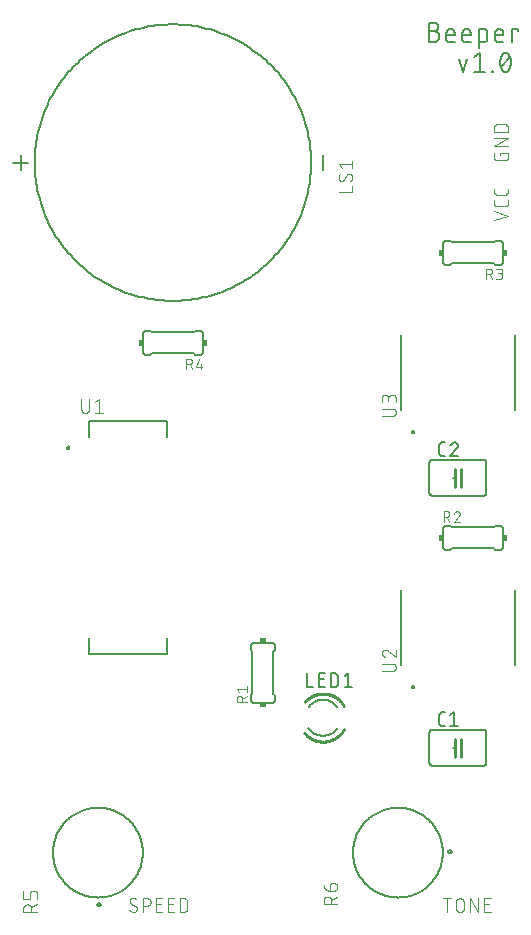
<source format=gbr>
G04 EAGLE Gerber RS-274X export*
G75*
%MOMM*%
%FSLAX34Y34*%
%LPD*%
%INSilkscreen Top*%
%IPPOS*%
%AMOC8*
5,1,8,0,0,1.08239X$1,22.5*%
G01*
%ADD10C,0.152400*%
%ADD11C,0.254000*%
%ADD12C,0.127000*%
%ADD13C,0.101600*%
%ADD14R,0.508000X0.381000*%
%ADD15R,0.381000X0.508000*%
%ADD16C,0.200000*%


D10*
X356362Y771793D02*
X360878Y771793D01*
X360878Y771794D02*
X361011Y771792D01*
X361143Y771786D01*
X361275Y771776D01*
X361407Y771763D01*
X361539Y771745D01*
X361669Y771724D01*
X361800Y771699D01*
X361929Y771670D01*
X362057Y771637D01*
X362185Y771601D01*
X362311Y771561D01*
X362436Y771517D01*
X362560Y771469D01*
X362682Y771418D01*
X362803Y771363D01*
X362922Y771305D01*
X363040Y771243D01*
X363155Y771178D01*
X363269Y771109D01*
X363380Y771038D01*
X363489Y770962D01*
X363596Y770884D01*
X363701Y770803D01*
X363803Y770718D01*
X363903Y770631D01*
X364000Y770541D01*
X364095Y770448D01*
X364186Y770352D01*
X364275Y770254D01*
X364361Y770153D01*
X364444Y770049D01*
X364524Y769943D01*
X364600Y769835D01*
X364674Y769725D01*
X364744Y769612D01*
X364811Y769498D01*
X364874Y769381D01*
X364934Y769263D01*
X364991Y769143D01*
X365044Y769021D01*
X365093Y768898D01*
X365139Y768774D01*
X365181Y768648D01*
X365219Y768521D01*
X365254Y768393D01*
X365285Y768264D01*
X365312Y768135D01*
X365335Y768004D01*
X365355Y767873D01*
X365370Y767741D01*
X365382Y767609D01*
X365390Y767477D01*
X365394Y767344D01*
X365394Y767212D01*
X365390Y767079D01*
X365382Y766947D01*
X365370Y766815D01*
X365355Y766683D01*
X365335Y766552D01*
X365312Y766421D01*
X365285Y766292D01*
X365254Y766163D01*
X365219Y766035D01*
X365181Y765908D01*
X365139Y765782D01*
X365093Y765658D01*
X365044Y765535D01*
X364991Y765413D01*
X364934Y765293D01*
X364874Y765175D01*
X364811Y765058D01*
X364744Y764944D01*
X364674Y764831D01*
X364600Y764721D01*
X364524Y764613D01*
X364444Y764507D01*
X364361Y764403D01*
X364275Y764302D01*
X364186Y764204D01*
X364095Y764108D01*
X364000Y764015D01*
X363903Y763925D01*
X363803Y763838D01*
X363701Y763753D01*
X363596Y763672D01*
X363489Y763594D01*
X363380Y763518D01*
X363269Y763447D01*
X363155Y763378D01*
X363040Y763313D01*
X362922Y763251D01*
X362803Y763193D01*
X362682Y763138D01*
X362560Y763087D01*
X362436Y763039D01*
X362311Y762995D01*
X362185Y762955D01*
X362057Y762919D01*
X361929Y762886D01*
X361800Y762857D01*
X361669Y762832D01*
X361539Y762811D01*
X361407Y762793D01*
X361275Y762780D01*
X361143Y762770D01*
X361011Y762764D01*
X360878Y762762D01*
X356362Y762762D01*
X356362Y779018D01*
X360878Y779018D01*
X360997Y779016D01*
X361117Y779010D01*
X361236Y779000D01*
X361354Y778986D01*
X361473Y778969D01*
X361590Y778947D01*
X361707Y778922D01*
X361822Y778892D01*
X361937Y778859D01*
X362051Y778822D01*
X362163Y778782D01*
X362274Y778737D01*
X362383Y778689D01*
X362491Y778638D01*
X362597Y778583D01*
X362701Y778524D01*
X362803Y778462D01*
X362903Y778397D01*
X363001Y778328D01*
X363097Y778256D01*
X363190Y778181D01*
X363280Y778104D01*
X363368Y778023D01*
X363453Y777939D01*
X363535Y777852D01*
X363615Y777763D01*
X363691Y777671D01*
X363765Y777577D01*
X363835Y777480D01*
X363902Y777382D01*
X363966Y777281D01*
X364026Y777177D01*
X364083Y777072D01*
X364136Y776965D01*
X364186Y776857D01*
X364232Y776747D01*
X364274Y776635D01*
X364313Y776522D01*
X364348Y776408D01*
X364379Y776293D01*
X364407Y776176D01*
X364430Y776059D01*
X364450Y775942D01*
X364466Y775823D01*
X364478Y775704D01*
X364486Y775585D01*
X364490Y775466D01*
X364490Y775346D01*
X364486Y775227D01*
X364478Y775108D01*
X364466Y774989D01*
X364450Y774870D01*
X364430Y774753D01*
X364407Y774636D01*
X364379Y774519D01*
X364348Y774404D01*
X364313Y774290D01*
X364274Y774177D01*
X364232Y774065D01*
X364186Y773955D01*
X364136Y773847D01*
X364083Y773740D01*
X364026Y773635D01*
X363966Y773531D01*
X363902Y773430D01*
X363835Y773332D01*
X363765Y773235D01*
X363691Y773141D01*
X363615Y773049D01*
X363535Y772960D01*
X363453Y772873D01*
X363368Y772789D01*
X363280Y772708D01*
X363190Y772631D01*
X363097Y772556D01*
X363001Y772484D01*
X362903Y772415D01*
X362803Y772350D01*
X362701Y772288D01*
X362597Y772229D01*
X362491Y772174D01*
X362383Y772123D01*
X362274Y772075D01*
X362163Y772030D01*
X362051Y771990D01*
X361937Y771953D01*
X361822Y771920D01*
X361707Y771890D01*
X361590Y771865D01*
X361473Y771843D01*
X361354Y771826D01*
X361236Y771812D01*
X361117Y771802D01*
X360997Y771796D01*
X360878Y771794D01*
X373832Y762762D02*
X378347Y762762D01*
X373832Y762762D02*
X373731Y762764D01*
X373630Y762770D01*
X373529Y762779D01*
X373428Y762792D01*
X373328Y762809D01*
X373229Y762830D01*
X373131Y762854D01*
X373034Y762882D01*
X372937Y762914D01*
X372842Y762949D01*
X372749Y762988D01*
X372657Y763030D01*
X372566Y763076D01*
X372478Y763125D01*
X372391Y763177D01*
X372306Y763233D01*
X372223Y763291D01*
X372143Y763353D01*
X372065Y763418D01*
X371989Y763485D01*
X371916Y763555D01*
X371846Y763628D01*
X371779Y763704D01*
X371714Y763782D01*
X371652Y763862D01*
X371594Y763945D01*
X371538Y764030D01*
X371486Y764117D01*
X371437Y764205D01*
X371391Y764296D01*
X371349Y764388D01*
X371310Y764481D01*
X371275Y764576D01*
X371243Y764673D01*
X371215Y764770D01*
X371191Y764868D01*
X371170Y764967D01*
X371153Y765067D01*
X371140Y765168D01*
X371131Y765269D01*
X371125Y765370D01*
X371123Y765471D01*
X371122Y765471D02*
X371122Y769987D01*
X371123Y769987D02*
X371125Y770106D01*
X371131Y770226D01*
X371141Y770345D01*
X371155Y770463D01*
X371172Y770582D01*
X371194Y770699D01*
X371219Y770816D01*
X371249Y770931D01*
X371282Y771046D01*
X371319Y771160D01*
X371359Y771272D01*
X371404Y771383D01*
X371452Y771492D01*
X371503Y771600D01*
X371558Y771706D01*
X371617Y771810D01*
X371679Y771912D01*
X371744Y772012D01*
X371813Y772110D01*
X371885Y772206D01*
X371960Y772299D01*
X372037Y772389D01*
X372118Y772477D01*
X372202Y772562D01*
X372289Y772644D01*
X372378Y772724D01*
X372470Y772800D01*
X372564Y772874D01*
X372661Y772944D01*
X372759Y773011D01*
X372860Y773075D01*
X372964Y773135D01*
X373069Y773192D01*
X373176Y773245D01*
X373284Y773295D01*
X373394Y773341D01*
X373506Y773383D01*
X373619Y773422D01*
X373733Y773457D01*
X373848Y773488D01*
X373965Y773516D01*
X374082Y773539D01*
X374199Y773559D01*
X374318Y773575D01*
X374437Y773587D01*
X374556Y773595D01*
X374675Y773599D01*
X374795Y773599D01*
X374914Y773595D01*
X375033Y773587D01*
X375152Y773575D01*
X375271Y773559D01*
X375388Y773539D01*
X375505Y773516D01*
X375622Y773488D01*
X375737Y773457D01*
X375851Y773422D01*
X375964Y773383D01*
X376076Y773341D01*
X376186Y773295D01*
X376294Y773245D01*
X376401Y773192D01*
X376506Y773135D01*
X376610Y773075D01*
X376711Y773011D01*
X376809Y772944D01*
X376906Y772874D01*
X377000Y772800D01*
X377092Y772724D01*
X377181Y772644D01*
X377268Y772562D01*
X377352Y772477D01*
X377433Y772389D01*
X377510Y772299D01*
X377585Y772206D01*
X377657Y772110D01*
X377726Y772012D01*
X377791Y771912D01*
X377853Y771810D01*
X377912Y771706D01*
X377967Y771600D01*
X378018Y771492D01*
X378066Y771383D01*
X378111Y771272D01*
X378151Y771160D01*
X378188Y771046D01*
X378221Y770931D01*
X378251Y770816D01*
X378276Y770699D01*
X378298Y770582D01*
X378315Y770463D01*
X378329Y770345D01*
X378339Y770226D01*
X378345Y770106D01*
X378347Y769987D01*
X378347Y768181D01*
X371122Y768181D01*
X387379Y762762D02*
X391894Y762762D01*
X387379Y762762D02*
X387278Y762764D01*
X387177Y762770D01*
X387076Y762779D01*
X386975Y762792D01*
X386875Y762809D01*
X386776Y762830D01*
X386678Y762854D01*
X386581Y762882D01*
X386484Y762914D01*
X386389Y762949D01*
X386296Y762988D01*
X386204Y763030D01*
X386113Y763076D01*
X386025Y763125D01*
X385938Y763177D01*
X385853Y763233D01*
X385770Y763291D01*
X385690Y763353D01*
X385612Y763418D01*
X385536Y763485D01*
X385463Y763555D01*
X385393Y763628D01*
X385326Y763704D01*
X385261Y763782D01*
X385199Y763862D01*
X385141Y763945D01*
X385085Y764030D01*
X385033Y764117D01*
X384984Y764205D01*
X384938Y764296D01*
X384896Y764388D01*
X384857Y764481D01*
X384822Y764576D01*
X384790Y764673D01*
X384762Y764770D01*
X384738Y764868D01*
X384717Y764967D01*
X384700Y765067D01*
X384687Y765168D01*
X384678Y765269D01*
X384672Y765370D01*
X384670Y765471D01*
X384669Y765471D02*
X384669Y769987D01*
X384670Y769987D02*
X384672Y770106D01*
X384678Y770226D01*
X384688Y770345D01*
X384702Y770463D01*
X384719Y770582D01*
X384741Y770699D01*
X384766Y770816D01*
X384796Y770931D01*
X384829Y771046D01*
X384866Y771160D01*
X384906Y771272D01*
X384951Y771383D01*
X384999Y771492D01*
X385050Y771600D01*
X385105Y771706D01*
X385164Y771810D01*
X385226Y771912D01*
X385291Y772012D01*
X385360Y772110D01*
X385432Y772206D01*
X385507Y772299D01*
X385584Y772389D01*
X385665Y772477D01*
X385749Y772562D01*
X385836Y772644D01*
X385925Y772724D01*
X386017Y772800D01*
X386111Y772874D01*
X386208Y772944D01*
X386306Y773011D01*
X386407Y773075D01*
X386511Y773135D01*
X386616Y773192D01*
X386723Y773245D01*
X386831Y773295D01*
X386941Y773341D01*
X387053Y773383D01*
X387166Y773422D01*
X387280Y773457D01*
X387395Y773488D01*
X387512Y773516D01*
X387629Y773539D01*
X387746Y773559D01*
X387865Y773575D01*
X387984Y773587D01*
X388103Y773595D01*
X388222Y773599D01*
X388342Y773599D01*
X388461Y773595D01*
X388580Y773587D01*
X388699Y773575D01*
X388818Y773559D01*
X388935Y773539D01*
X389052Y773516D01*
X389169Y773488D01*
X389284Y773457D01*
X389398Y773422D01*
X389511Y773383D01*
X389623Y773341D01*
X389733Y773295D01*
X389841Y773245D01*
X389948Y773192D01*
X390053Y773135D01*
X390157Y773075D01*
X390258Y773011D01*
X390356Y772944D01*
X390453Y772874D01*
X390547Y772800D01*
X390639Y772724D01*
X390728Y772644D01*
X390815Y772562D01*
X390899Y772477D01*
X390980Y772389D01*
X391057Y772299D01*
X391132Y772206D01*
X391204Y772110D01*
X391273Y772012D01*
X391338Y771912D01*
X391400Y771810D01*
X391459Y771706D01*
X391514Y771600D01*
X391565Y771492D01*
X391613Y771383D01*
X391658Y771272D01*
X391698Y771160D01*
X391735Y771046D01*
X391768Y770931D01*
X391798Y770816D01*
X391823Y770699D01*
X391845Y770582D01*
X391862Y770463D01*
X391876Y770345D01*
X391886Y770226D01*
X391892Y770106D01*
X391894Y769987D01*
X391894Y768181D01*
X384669Y768181D01*
X398811Y773599D02*
X398811Y757343D01*
X398811Y773599D02*
X403326Y773599D01*
X403430Y773597D01*
X403533Y773591D01*
X403637Y773581D01*
X403740Y773567D01*
X403842Y773549D01*
X403943Y773528D01*
X404044Y773502D01*
X404143Y773473D01*
X404242Y773440D01*
X404339Y773403D01*
X404434Y773362D01*
X404528Y773318D01*
X404620Y773270D01*
X404710Y773219D01*
X404799Y773164D01*
X404885Y773106D01*
X404968Y773044D01*
X405050Y772980D01*
X405128Y772912D01*
X405204Y772842D01*
X405278Y772769D01*
X405348Y772692D01*
X405416Y772614D01*
X405480Y772532D01*
X405542Y772449D01*
X405600Y772363D01*
X405655Y772274D01*
X405706Y772184D01*
X405754Y772092D01*
X405798Y771998D01*
X405839Y771903D01*
X405876Y771806D01*
X405909Y771707D01*
X405938Y771608D01*
X405964Y771507D01*
X405985Y771406D01*
X406003Y771304D01*
X406017Y771201D01*
X406027Y771097D01*
X406033Y770994D01*
X406035Y770890D01*
X406036Y770890D02*
X406036Y765471D01*
X406035Y765471D02*
X406033Y765370D01*
X406027Y765269D01*
X406018Y765168D01*
X406005Y765067D01*
X405988Y764967D01*
X405967Y764868D01*
X405943Y764770D01*
X405915Y764673D01*
X405883Y764576D01*
X405848Y764481D01*
X405809Y764388D01*
X405767Y764296D01*
X405721Y764205D01*
X405672Y764117D01*
X405620Y764030D01*
X405564Y763945D01*
X405506Y763862D01*
X405444Y763782D01*
X405379Y763704D01*
X405312Y763628D01*
X405242Y763555D01*
X405169Y763485D01*
X405093Y763418D01*
X405015Y763353D01*
X404935Y763291D01*
X404852Y763233D01*
X404767Y763177D01*
X404681Y763125D01*
X404592Y763076D01*
X404501Y763030D01*
X404409Y762988D01*
X404316Y762949D01*
X404221Y762914D01*
X404124Y762882D01*
X404027Y762854D01*
X403929Y762830D01*
X403830Y762809D01*
X403730Y762792D01*
X403629Y762779D01*
X403528Y762770D01*
X403427Y762764D01*
X403326Y762762D01*
X398811Y762762D01*
X414994Y762762D02*
X419509Y762762D01*
X414994Y762762D02*
X414893Y762764D01*
X414792Y762770D01*
X414691Y762779D01*
X414590Y762792D01*
X414490Y762809D01*
X414391Y762830D01*
X414293Y762854D01*
X414196Y762882D01*
X414099Y762914D01*
X414004Y762949D01*
X413911Y762988D01*
X413819Y763030D01*
X413728Y763076D01*
X413640Y763125D01*
X413553Y763177D01*
X413468Y763233D01*
X413385Y763291D01*
X413305Y763353D01*
X413227Y763418D01*
X413151Y763485D01*
X413078Y763555D01*
X413008Y763628D01*
X412941Y763704D01*
X412876Y763782D01*
X412814Y763862D01*
X412756Y763945D01*
X412700Y764030D01*
X412648Y764117D01*
X412599Y764205D01*
X412553Y764296D01*
X412511Y764388D01*
X412472Y764481D01*
X412437Y764576D01*
X412405Y764673D01*
X412377Y764770D01*
X412353Y764868D01*
X412332Y764967D01*
X412315Y765067D01*
X412302Y765168D01*
X412293Y765269D01*
X412287Y765370D01*
X412285Y765471D01*
X412284Y765471D02*
X412284Y769987D01*
X412285Y769987D02*
X412287Y770106D01*
X412293Y770226D01*
X412303Y770345D01*
X412317Y770463D01*
X412334Y770582D01*
X412356Y770699D01*
X412381Y770816D01*
X412411Y770931D01*
X412444Y771046D01*
X412481Y771160D01*
X412521Y771272D01*
X412566Y771383D01*
X412614Y771492D01*
X412665Y771600D01*
X412720Y771706D01*
X412779Y771810D01*
X412841Y771912D01*
X412906Y772012D01*
X412975Y772110D01*
X413047Y772206D01*
X413122Y772299D01*
X413199Y772389D01*
X413280Y772477D01*
X413364Y772562D01*
X413451Y772644D01*
X413540Y772724D01*
X413632Y772800D01*
X413726Y772874D01*
X413823Y772944D01*
X413921Y773011D01*
X414022Y773075D01*
X414126Y773135D01*
X414231Y773192D01*
X414338Y773245D01*
X414446Y773295D01*
X414556Y773341D01*
X414668Y773383D01*
X414781Y773422D01*
X414895Y773457D01*
X415010Y773488D01*
X415127Y773516D01*
X415244Y773539D01*
X415361Y773559D01*
X415480Y773575D01*
X415599Y773587D01*
X415718Y773595D01*
X415837Y773599D01*
X415957Y773599D01*
X416076Y773595D01*
X416195Y773587D01*
X416314Y773575D01*
X416433Y773559D01*
X416550Y773539D01*
X416667Y773516D01*
X416784Y773488D01*
X416899Y773457D01*
X417013Y773422D01*
X417126Y773383D01*
X417238Y773341D01*
X417348Y773295D01*
X417456Y773245D01*
X417563Y773192D01*
X417668Y773135D01*
X417772Y773075D01*
X417873Y773011D01*
X417971Y772944D01*
X418068Y772874D01*
X418162Y772800D01*
X418254Y772724D01*
X418343Y772644D01*
X418430Y772562D01*
X418514Y772477D01*
X418595Y772389D01*
X418672Y772299D01*
X418747Y772206D01*
X418819Y772110D01*
X418888Y772012D01*
X418953Y771912D01*
X419015Y771810D01*
X419074Y771706D01*
X419129Y771600D01*
X419180Y771492D01*
X419228Y771383D01*
X419273Y771272D01*
X419313Y771160D01*
X419350Y771046D01*
X419383Y770931D01*
X419413Y770816D01*
X419438Y770699D01*
X419460Y770582D01*
X419477Y770463D01*
X419491Y770345D01*
X419501Y770226D01*
X419507Y770106D01*
X419509Y769987D01*
X419509Y768181D01*
X412284Y768181D01*
X426437Y762762D02*
X426437Y773599D01*
X431856Y773599D01*
X431856Y771793D01*
X381762Y748199D02*
X385374Y737362D01*
X388987Y748199D01*
X394927Y750006D02*
X399443Y753618D01*
X399443Y737362D01*
X403958Y737362D02*
X394927Y737362D01*
X409933Y737362D02*
X409933Y738265D01*
X410836Y738265D01*
X410836Y737362D01*
X409933Y737362D01*
X416811Y745490D02*
X416815Y745810D01*
X416826Y746129D01*
X416845Y746449D01*
X416872Y746767D01*
X416906Y747085D01*
X416948Y747402D01*
X416998Y747718D01*
X417055Y748033D01*
X417119Y748346D01*
X417191Y748658D01*
X417270Y748968D01*
X417357Y749275D01*
X417451Y749581D01*
X417552Y749884D01*
X417661Y750185D01*
X417776Y750483D01*
X417899Y750779D01*
X418029Y751071D01*
X418166Y751360D01*
X418165Y751361D02*
X418204Y751469D01*
X418247Y751576D01*
X418293Y751681D01*
X418344Y751785D01*
X418397Y751887D01*
X418454Y751987D01*
X418515Y752085D01*
X418579Y752180D01*
X418646Y752274D01*
X418717Y752365D01*
X418790Y752454D01*
X418867Y752540D01*
X418946Y752623D01*
X419028Y752704D01*
X419113Y752782D01*
X419201Y752856D01*
X419291Y752928D01*
X419383Y752996D01*
X419478Y753062D01*
X419575Y753124D01*
X419674Y753182D01*
X419776Y753238D01*
X419878Y753289D01*
X419983Y753337D01*
X420089Y753382D01*
X420197Y753423D01*
X420306Y753460D01*
X420416Y753493D01*
X420528Y753522D01*
X420640Y753548D01*
X420753Y753570D01*
X420867Y753587D01*
X420981Y753601D01*
X421096Y753611D01*
X421211Y753617D01*
X421326Y753619D01*
X421326Y753618D02*
X421441Y753616D01*
X421556Y753610D01*
X421671Y753600D01*
X421785Y753586D01*
X421899Y753569D01*
X422012Y753547D01*
X422124Y753521D01*
X422236Y753492D01*
X422346Y753459D01*
X422455Y753422D01*
X422563Y753381D01*
X422669Y753336D01*
X422774Y753288D01*
X422876Y753237D01*
X422977Y753181D01*
X423077Y753123D01*
X423174Y753061D01*
X423268Y752996D01*
X423361Y752927D01*
X423451Y752855D01*
X423539Y752781D01*
X423624Y752703D01*
X423706Y752622D01*
X423785Y752539D01*
X423862Y752453D01*
X423935Y752364D01*
X424006Y752273D01*
X424073Y752179D01*
X424137Y752084D01*
X424198Y751986D01*
X424255Y751886D01*
X424308Y751784D01*
X424359Y751680D01*
X424405Y751575D01*
X424448Y751468D01*
X424487Y751360D01*
X424624Y751071D01*
X424754Y750779D01*
X424877Y750483D01*
X424992Y750185D01*
X425101Y749884D01*
X425202Y749581D01*
X425296Y749275D01*
X425383Y748968D01*
X425462Y748658D01*
X425534Y748346D01*
X425598Y748033D01*
X425655Y747718D01*
X425705Y747402D01*
X425747Y747085D01*
X425781Y746767D01*
X425808Y746449D01*
X425827Y746129D01*
X425838Y745810D01*
X425842Y745490D01*
X416811Y745490D02*
X416815Y745170D01*
X416826Y744851D01*
X416845Y744531D01*
X416872Y744213D01*
X416906Y743895D01*
X416948Y743578D01*
X416998Y743262D01*
X417055Y742947D01*
X417119Y742634D01*
X417191Y742322D01*
X417270Y742012D01*
X417357Y741705D01*
X417451Y741399D01*
X417552Y741096D01*
X417661Y740795D01*
X417776Y740497D01*
X417899Y740201D01*
X418029Y739909D01*
X418166Y739620D01*
X418165Y739620D02*
X418204Y739512D01*
X418247Y739405D01*
X418293Y739300D01*
X418344Y739196D01*
X418397Y739094D01*
X418454Y738994D01*
X418515Y738896D01*
X418579Y738801D01*
X418646Y738707D01*
X418717Y738616D01*
X418790Y738527D01*
X418867Y738441D01*
X418946Y738358D01*
X419028Y738277D01*
X419113Y738199D01*
X419201Y738125D01*
X419291Y738053D01*
X419384Y737984D01*
X419478Y737919D01*
X419575Y737857D01*
X419675Y737799D01*
X419776Y737743D01*
X419878Y737692D01*
X419983Y737644D01*
X420089Y737599D01*
X420197Y737558D01*
X420306Y737521D01*
X420416Y737488D01*
X420528Y737459D01*
X420640Y737433D01*
X420753Y737411D01*
X420867Y737394D01*
X420981Y737380D01*
X421096Y737370D01*
X421211Y737364D01*
X421326Y737362D01*
X424486Y739620D02*
X424623Y739909D01*
X424753Y740201D01*
X424876Y740497D01*
X424991Y740795D01*
X425100Y741096D01*
X425201Y741399D01*
X425295Y741705D01*
X425382Y742012D01*
X425461Y742322D01*
X425533Y742634D01*
X425597Y742947D01*
X425654Y743262D01*
X425704Y743578D01*
X425746Y743895D01*
X425780Y744213D01*
X425807Y744531D01*
X425826Y744851D01*
X425837Y745170D01*
X425841Y745490D01*
X424487Y739620D02*
X424448Y739512D01*
X424405Y739405D01*
X424359Y739300D01*
X424308Y739196D01*
X424255Y739094D01*
X424198Y738994D01*
X424137Y738896D01*
X424073Y738801D01*
X424006Y738707D01*
X423935Y738616D01*
X423862Y738527D01*
X423785Y738441D01*
X423706Y738358D01*
X423624Y738277D01*
X423539Y738199D01*
X423451Y738125D01*
X423361Y738053D01*
X423268Y737984D01*
X423174Y737919D01*
X423077Y737857D01*
X422977Y737799D01*
X422876Y737743D01*
X422773Y737692D01*
X422669Y737644D01*
X422563Y737599D01*
X422455Y737558D01*
X422346Y737521D01*
X422236Y737488D01*
X422124Y737459D01*
X422012Y737433D01*
X421899Y737411D01*
X421785Y737394D01*
X421671Y737380D01*
X421556Y737370D01*
X421441Y737364D01*
X421326Y737362D01*
X417714Y740974D02*
X424939Y750006D01*
X402590Y180340D02*
X359410Y180340D01*
X359410Y149860D02*
X402590Y149860D01*
X405130Y152400D02*
X405130Y177800D01*
X356870Y177800D02*
X356870Y152400D01*
X402590Y180340D02*
X402690Y180338D01*
X402789Y180332D01*
X402889Y180322D01*
X402987Y180309D01*
X403086Y180291D01*
X403183Y180270D01*
X403279Y180245D01*
X403375Y180216D01*
X403469Y180183D01*
X403562Y180147D01*
X403653Y180107D01*
X403743Y180063D01*
X403831Y180016D01*
X403917Y179966D01*
X404001Y179912D01*
X404083Y179855D01*
X404162Y179795D01*
X404240Y179731D01*
X404314Y179665D01*
X404386Y179596D01*
X404455Y179524D01*
X404521Y179450D01*
X404585Y179372D01*
X404645Y179293D01*
X404702Y179211D01*
X404756Y179127D01*
X404806Y179041D01*
X404853Y178953D01*
X404897Y178863D01*
X404937Y178772D01*
X404973Y178679D01*
X405006Y178585D01*
X405035Y178489D01*
X405060Y178393D01*
X405081Y178296D01*
X405099Y178197D01*
X405112Y178099D01*
X405122Y177999D01*
X405128Y177900D01*
X405130Y177800D01*
X359410Y180340D02*
X359310Y180338D01*
X359211Y180332D01*
X359111Y180322D01*
X359013Y180309D01*
X358914Y180291D01*
X358817Y180270D01*
X358721Y180245D01*
X358625Y180216D01*
X358531Y180183D01*
X358438Y180147D01*
X358347Y180107D01*
X358257Y180063D01*
X358169Y180016D01*
X358083Y179966D01*
X357999Y179912D01*
X357917Y179855D01*
X357838Y179795D01*
X357760Y179731D01*
X357686Y179665D01*
X357614Y179596D01*
X357545Y179524D01*
X357479Y179450D01*
X357415Y179372D01*
X357355Y179293D01*
X357298Y179211D01*
X357244Y179127D01*
X357194Y179041D01*
X357147Y178953D01*
X357103Y178863D01*
X357063Y178772D01*
X357027Y178679D01*
X356994Y178585D01*
X356965Y178489D01*
X356940Y178393D01*
X356919Y178296D01*
X356901Y178197D01*
X356888Y178099D01*
X356878Y177999D01*
X356872Y177900D01*
X356870Y177800D01*
X402590Y149860D02*
X402690Y149862D01*
X402789Y149868D01*
X402889Y149878D01*
X402987Y149891D01*
X403086Y149909D01*
X403183Y149930D01*
X403279Y149955D01*
X403375Y149984D01*
X403469Y150017D01*
X403562Y150053D01*
X403653Y150093D01*
X403743Y150137D01*
X403831Y150184D01*
X403917Y150234D01*
X404001Y150288D01*
X404083Y150345D01*
X404162Y150405D01*
X404240Y150469D01*
X404314Y150535D01*
X404386Y150604D01*
X404455Y150676D01*
X404521Y150750D01*
X404585Y150828D01*
X404645Y150907D01*
X404702Y150989D01*
X404756Y151073D01*
X404806Y151159D01*
X404853Y151247D01*
X404897Y151337D01*
X404937Y151428D01*
X404973Y151521D01*
X405006Y151615D01*
X405035Y151711D01*
X405060Y151807D01*
X405081Y151904D01*
X405099Y152003D01*
X405112Y152101D01*
X405122Y152201D01*
X405128Y152300D01*
X405130Y152400D01*
X359410Y149860D02*
X359310Y149862D01*
X359211Y149868D01*
X359111Y149878D01*
X359013Y149891D01*
X358914Y149909D01*
X358817Y149930D01*
X358721Y149955D01*
X358625Y149984D01*
X358531Y150017D01*
X358438Y150053D01*
X358347Y150093D01*
X358257Y150137D01*
X358169Y150184D01*
X358083Y150234D01*
X357999Y150288D01*
X357917Y150345D01*
X357838Y150405D01*
X357760Y150469D01*
X357686Y150535D01*
X357614Y150604D01*
X357545Y150676D01*
X357479Y150750D01*
X357415Y150828D01*
X357355Y150907D01*
X357298Y150989D01*
X357244Y151073D01*
X357194Y151159D01*
X357147Y151247D01*
X357103Y151337D01*
X357063Y151428D01*
X357027Y151521D01*
X356994Y151615D01*
X356965Y151711D01*
X356940Y151807D01*
X356919Y151904D01*
X356901Y152003D01*
X356888Y152101D01*
X356878Y152201D01*
X356872Y152300D01*
X356870Y152400D01*
X383540Y165100D02*
X384810Y165100D01*
D11*
X383540Y165100D02*
X383540Y172720D01*
X383540Y165100D02*
X383540Y157480D01*
X378460Y165100D02*
X378460Y172720D01*
X378460Y165100D02*
X378460Y157480D01*
D10*
X378460Y165100D02*
X377190Y165100D01*
D12*
X370205Y183515D02*
X367665Y183515D01*
X367565Y183517D01*
X367466Y183523D01*
X367366Y183533D01*
X367268Y183546D01*
X367169Y183564D01*
X367072Y183585D01*
X366976Y183610D01*
X366880Y183639D01*
X366786Y183672D01*
X366693Y183708D01*
X366602Y183748D01*
X366512Y183792D01*
X366424Y183839D01*
X366338Y183889D01*
X366254Y183943D01*
X366172Y184000D01*
X366093Y184060D01*
X366015Y184124D01*
X365941Y184190D01*
X365869Y184259D01*
X365800Y184331D01*
X365734Y184405D01*
X365670Y184483D01*
X365610Y184562D01*
X365553Y184644D01*
X365499Y184728D01*
X365449Y184814D01*
X365402Y184902D01*
X365358Y184992D01*
X365318Y185083D01*
X365282Y185176D01*
X365249Y185270D01*
X365220Y185366D01*
X365195Y185462D01*
X365174Y185559D01*
X365156Y185658D01*
X365143Y185756D01*
X365133Y185856D01*
X365127Y185955D01*
X365125Y186055D01*
X365125Y192405D01*
X365127Y192505D01*
X365133Y192604D01*
X365143Y192704D01*
X365156Y192802D01*
X365174Y192901D01*
X365195Y192998D01*
X365220Y193094D01*
X365249Y193190D01*
X365282Y193284D01*
X365318Y193377D01*
X365358Y193468D01*
X365402Y193558D01*
X365449Y193646D01*
X365499Y193732D01*
X365553Y193816D01*
X365610Y193898D01*
X365670Y193977D01*
X365734Y194055D01*
X365800Y194129D01*
X365869Y194201D01*
X365941Y194270D01*
X366015Y194336D01*
X366093Y194400D01*
X366172Y194460D01*
X366254Y194517D01*
X366338Y194571D01*
X366424Y194621D01*
X366512Y194668D01*
X366602Y194712D01*
X366693Y194752D01*
X366786Y194788D01*
X366880Y194821D01*
X366976Y194850D01*
X367072Y194875D01*
X367169Y194896D01*
X367268Y194914D01*
X367366Y194927D01*
X367466Y194937D01*
X367565Y194943D01*
X367665Y194945D01*
X370205Y194945D01*
X374687Y192405D02*
X377862Y194945D01*
X377862Y183515D01*
X374687Y183515D02*
X381037Y183515D01*
D10*
X402590Y408940D02*
X359410Y408940D01*
X359410Y378460D02*
X402590Y378460D01*
X405130Y381000D02*
X405130Y406400D01*
X356870Y406400D02*
X356870Y381000D01*
X402590Y408940D02*
X402690Y408938D01*
X402789Y408932D01*
X402889Y408922D01*
X402987Y408909D01*
X403086Y408891D01*
X403183Y408870D01*
X403279Y408845D01*
X403375Y408816D01*
X403469Y408783D01*
X403562Y408747D01*
X403653Y408707D01*
X403743Y408663D01*
X403831Y408616D01*
X403917Y408566D01*
X404001Y408512D01*
X404083Y408455D01*
X404162Y408395D01*
X404240Y408331D01*
X404314Y408265D01*
X404386Y408196D01*
X404455Y408124D01*
X404521Y408050D01*
X404585Y407972D01*
X404645Y407893D01*
X404702Y407811D01*
X404756Y407727D01*
X404806Y407641D01*
X404853Y407553D01*
X404897Y407463D01*
X404937Y407372D01*
X404973Y407279D01*
X405006Y407185D01*
X405035Y407089D01*
X405060Y406993D01*
X405081Y406896D01*
X405099Y406797D01*
X405112Y406699D01*
X405122Y406599D01*
X405128Y406500D01*
X405130Y406400D01*
X359410Y408940D02*
X359310Y408938D01*
X359211Y408932D01*
X359111Y408922D01*
X359013Y408909D01*
X358914Y408891D01*
X358817Y408870D01*
X358721Y408845D01*
X358625Y408816D01*
X358531Y408783D01*
X358438Y408747D01*
X358347Y408707D01*
X358257Y408663D01*
X358169Y408616D01*
X358083Y408566D01*
X357999Y408512D01*
X357917Y408455D01*
X357838Y408395D01*
X357760Y408331D01*
X357686Y408265D01*
X357614Y408196D01*
X357545Y408124D01*
X357479Y408050D01*
X357415Y407972D01*
X357355Y407893D01*
X357298Y407811D01*
X357244Y407727D01*
X357194Y407641D01*
X357147Y407553D01*
X357103Y407463D01*
X357063Y407372D01*
X357027Y407279D01*
X356994Y407185D01*
X356965Y407089D01*
X356940Y406993D01*
X356919Y406896D01*
X356901Y406797D01*
X356888Y406699D01*
X356878Y406599D01*
X356872Y406500D01*
X356870Y406400D01*
X402590Y378460D02*
X402690Y378462D01*
X402789Y378468D01*
X402889Y378478D01*
X402987Y378491D01*
X403086Y378509D01*
X403183Y378530D01*
X403279Y378555D01*
X403375Y378584D01*
X403469Y378617D01*
X403562Y378653D01*
X403653Y378693D01*
X403743Y378737D01*
X403831Y378784D01*
X403917Y378834D01*
X404001Y378888D01*
X404083Y378945D01*
X404162Y379005D01*
X404240Y379069D01*
X404314Y379135D01*
X404386Y379204D01*
X404455Y379276D01*
X404521Y379350D01*
X404585Y379428D01*
X404645Y379507D01*
X404702Y379589D01*
X404756Y379673D01*
X404806Y379759D01*
X404853Y379847D01*
X404897Y379937D01*
X404937Y380028D01*
X404973Y380121D01*
X405006Y380215D01*
X405035Y380311D01*
X405060Y380407D01*
X405081Y380504D01*
X405099Y380603D01*
X405112Y380701D01*
X405122Y380801D01*
X405128Y380900D01*
X405130Y381000D01*
X359410Y378460D02*
X359310Y378462D01*
X359211Y378468D01*
X359111Y378478D01*
X359013Y378491D01*
X358914Y378509D01*
X358817Y378530D01*
X358721Y378555D01*
X358625Y378584D01*
X358531Y378617D01*
X358438Y378653D01*
X358347Y378693D01*
X358257Y378737D01*
X358169Y378784D01*
X358083Y378834D01*
X357999Y378888D01*
X357917Y378945D01*
X357838Y379005D01*
X357760Y379069D01*
X357686Y379135D01*
X357614Y379204D01*
X357545Y379276D01*
X357479Y379350D01*
X357415Y379428D01*
X357355Y379507D01*
X357298Y379589D01*
X357244Y379673D01*
X357194Y379759D01*
X357147Y379847D01*
X357103Y379937D01*
X357063Y380028D01*
X357027Y380121D01*
X356994Y380215D01*
X356965Y380311D01*
X356940Y380407D01*
X356919Y380504D01*
X356901Y380603D01*
X356888Y380701D01*
X356878Y380801D01*
X356872Y380900D01*
X356870Y381000D01*
X383540Y393700D02*
X384810Y393700D01*
D11*
X383540Y393700D02*
X383540Y401320D01*
X383540Y393700D02*
X383540Y386080D01*
X378460Y393700D02*
X378460Y401320D01*
X378460Y393700D02*
X378460Y386080D01*
D10*
X378460Y393700D02*
X377190Y393700D01*
D12*
X370205Y412115D02*
X367665Y412115D01*
X367565Y412117D01*
X367466Y412123D01*
X367366Y412133D01*
X367268Y412146D01*
X367169Y412164D01*
X367072Y412185D01*
X366976Y412210D01*
X366880Y412239D01*
X366786Y412272D01*
X366693Y412308D01*
X366602Y412348D01*
X366512Y412392D01*
X366424Y412439D01*
X366338Y412489D01*
X366254Y412543D01*
X366172Y412600D01*
X366093Y412660D01*
X366015Y412724D01*
X365941Y412790D01*
X365869Y412859D01*
X365800Y412931D01*
X365734Y413005D01*
X365670Y413083D01*
X365610Y413162D01*
X365553Y413244D01*
X365499Y413328D01*
X365449Y413414D01*
X365402Y413502D01*
X365358Y413592D01*
X365318Y413683D01*
X365282Y413776D01*
X365249Y413870D01*
X365220Y413966D01*
X365195Y414062D01*
X365174Y414159D01*
X365156Y414258D01*
X365143Y414356D01*
X365133Y414456D01*
X365127Y414555D01*
X365125Y414655D01*
X365125Y421005D01*
X365127Y421105D01*
X365133Y421204D01*
X365143Y421304D01*
X365156Y421402D01*
X365174Y421501D01*
X365195Y421598D01*
X365220Y421694D01*
X365249Y421790D01*
X365282Y421884D01*
X365318Y421977D01*
X365358Y422068D01*
X365402Y422158D01*
X365449Y422246D01*
X365499Y422332D01*
X365553Y422416D01*
X365610Y422498D01*
X365670Y422577D01*
X365734Y422655D01*
X365800Y422729D01*
X365869Y422801D01*
X365941Y422870D01*
X366015Y422936D01*
X366093Y423000D01*
X366172Y423060D01*
X366254Y423117D01*
X366338Y423171D01*
X366424Y423221D01*
X366512Y423268D01*
X366602Y423312D01*
X366693Y423352D01*
X366786Y423388D01*
X366880Y423421D01*
X366976Y423450D01*
X367072Y423475D01*
X367169Y423496D01*
X367268Y423514D01*
X367366Y423527D01*
X367466Y423537D01*
X367565Y423543D01*
X367665Y423545D01*
X370205Y423545D01*
X378180Y423546D02*
X378284Y423544D01*
X378389Y423538D01*
X378493Y423529D01*
X378596Y423516D01*
X378699Y423498D01*
X378801Y423478D01*
X378903Y423453D01*
X379003Y423425D01*
X379103Y423393D01*
X379201Y423357D01*
X379298Y423318D01*
X379393Y423276D01*
X379487Y423230D01*
X379579Y423180D01*
X379669Y423128D01*
X379757Y423072D01*
X379843Y423012D01*
X379927Y422950D01*
X380008Y422885D01*
X380087Y422817D01*
X380164Y422745D01*
X380237Y422672D01*
X380309Y422595D01*
X380377Y422516D01*
X380442Y422435D01*
X380504Y422351D01*
X380564Y422265D01*
X380620Y422177D01*
X380672Y422087D01*
X380722Y421995D01*
X380768Y421901D01*
X380810Y421806D01*
X380849Y421709D01*
X380885Y421611D01*
X380917Y421511D01*
X380945Y421411D01*
X380970Y421309D01*
X380990Y421207D01*
X381008Y421104D01*
X381021Y421001D01*
X381030Y420897D01*
X381036Y420792D01*
X381038Y420688D01*
X378180Y423545D02*
X378062Y423543D01*
X377943Y423537D01*
X377825Y423528D01*
X377708Y423515D01*
X377591Y423497D01*
X377474Y423477D01*
X377358Y423452D01*
X377243Y423424D01*
X377130Y423391D01*
X377017Y423356D01*
X376905Y423316D01*
X376795Y423274D01*
X376686Y423227D01*
X376578Y423177D01*
X376473Y423124D01*
X376369Y423067D01*
X376267Y423007D01*
X376167Y422944D01*
X376069Y422877D01*
X375973Y422808D01*
X375880Y422735D01*
X375789Y422659D01*
X375700Y422581D01*
X375614Y422499D01*
X375531Y422415D01*
X375450Y422329D01*
X375373Y422239D01*
X375298Y422148D01*
X375226Y422054D01*
X375157Y421957D01*
X375092Y421859D01*
X375029Y421758D01*
X374970Y421655D01*
X374914Y421551D01*
X374862Y421445D01*
X374813Y421337D01*
X374768Y421228D01*
X374726Y421117D01*
X374688Y421005D01*
X380085Y418466D02*
X380161Y418541D01*
X380236Y418620D01*
X380307Y418701D01*
X380376Y418785D01*
X380441Y418871D01*
X380503Y418959D01*
X380563Y419049D01*
X380619Y419141D01*
X380672Y419236D01*
X380721Y419332D01*
X380767Y419430D01*
X380810Y419529D01*
X380849Y419630D01*
X380884Y419732D01*
X380916Y419835D01*
X380944Y419939D01*
X380969Y420044D01*
X380990Y420151D01*
X381007Y420257D01*
X381020Y420364D01*
X381029Y420472D01*
X381035Y420580D01*
X381037Y420688D01*
X380085Y418465D02*
X374687Y412115D01*
X381037Y412115D01*
D10*
X266700Y175260D02*
X266328Y175265D01*
X265957Y175278D01*
X265586Y175301D01*
X265216Y175332D01*
X264847Y175373D01*
X264479Y175423D01*
X264112Y175481D01*
X263747Y175549D01*
X263383Y175625D01*
X263022Y175710D01*
X262663Y175805D01*
X262306Y175907D01*
X261951Y176019D01*
X261600Y176139D01*
X261251Y176267D01*
X260906Y176404D01*
X260564Y176550D01*
X260226Y176703D01*
X259892Y176865D01*
X259562Y177035D01*
X259236Y177213D01*
X258914Y177399D01*
X258597Y177593D01*
X258285Y177794D01*
X257978Y178003D01*
X257676Y178219D01*
X257379Y178443D01*
X257088Y178673D01*
X256803Y178911D01*
X256523Y179156D01*
X256250Y179407D01*
X255983Y179665D01*
X255722Y179929D01*
X255467Y180200D01*
X255220Y180477D01*
X254979Y180760D01*
X254745Y181048D01*
X254518Y181342D01*
X254299Y181642D01*
X266700Y175260D02*
X267072Y175265D01*
X267443Y175278D01*
X267815Y175301D01*
X268185Y175333D01*
X268555Y175373D01*
X268923Y175423D01*
X269291Y175482D01*
X269656Y175549D01*
X270020Y175626D01*
X270382Y175712D01*
X270742Y175806D01*
X271099Y175909D01*
X271454Y176020D01*
X271806Y176141D01*
X272155Y176270D01*
X272500Y176407D01*
X272842Y176553D01*
X273181Y176707D01*
X273516Y176869D01*
X273846Y177039D01*
X274172Y177218D01*
X274494Y177404D01*
X274812Y177598D01*
X275124Y177800D01*
X275431Y178009D01*
X275733Y178226D01*
X276030Y178450D01*
X276322Y178681D01*
X276607Y178919D01*
X276887Y179165D01*
X277160Y179417D01*
X277428Y179675D01*
X277688Y179940D01*
X277943Y180211D01*
X278191Y180489D01*
X278431Y180772D01*
X278665Y181061D01*
X278892Y181356D01*
X266700Y205740D02*
X266335Y205736D01*
X265970Y205723D01*
X265606Y205701D01*
X265243Y205670D01*
X264880Y205631D01*
X264518Y205583D01*
X264158Y205526D01*
X263799Y205461D01*
X263441Y205388D01*
X263086Y205305D01*
X262733Y205215D01*
X262381Y205115D01*
X262033Y205008D01*
X261687Y204892D01*
X261344Y204768D01*
X261004Y204635D01*
X260667Y204495D01*
X260334Y204347D01*
X260004Y204190D01*
X259678Y204026D01*
X259356Y203854D01*
X259039Y203674D01*
X258726Y203487D01*
X258417Y203293D01*
X258113Y203091D01*
X257814Y202881D01*
X257520Y202665D01*
X257232Y202442D01*
X256949Y202212D01*
X256671Y201975D01*
X256399Y201732D01*
X256133Y201482D01*
X255873Y201226D01*
X255620Y200963D01*
X255372Y200695D01*
X255132Y200421D01*
X254897Y200141D01*
X254670Y199856D01*
X266700Y205740D02*
X267065Y205736D01*
X267430Y205723D01*
X267794Y205701D01*
X268157Y205670D01*
X268520Y205631D01*
X268882Y205583D01*
X269242Y205526D01*
X269601Y205461D01*
X269959Y205388D01*
X270314Y205305D01*
X270667Y205215D01*
X271019Y205115D01*
X271367Y205008D01*
X271713Y204892D01*
X272056Y204768D01*
X272396Y204635D01*
X272733Y204495D01*
X273066Y204347D01*
X273396Y204190D01*
X273722Y204026D01*
X274044Y203854D01*
X274361Y203674D01*
X274674Y203487D01*
X274983Y203293D01*
X275287Y203091D01*
X275586Y202881D01*
X275880Y202665D01*
X276168Y202442D01*
X276451Y202212D01*
X276729Y201975D01*
X277001Y201732D01*
X277267Y201482D01*
X277527Y201226D01*
X277780Y200963D01*
X278028Y200695D01*
X278268Y200421D01*
X278503Y200141D01*
X278730Y199856D01*
D11*
X266700Y170180D02*
X266206Y170186D01*
X265712Y170204D01*
X265218Y170234D01*
X264725Y170276D01*
X264234Y170330D01*
X263744Y170396D01*
X263256Y170474D01*
X262769Y170564D01*
X262285Y170665D01*
X261804Y170779D01*
X261326Y170904D01*
X260850Y171040D01*
X260379Y171188D01*
X259911Y171348D01*
X259447Y171519D01*
X258987Y171701D01*
X258532Y171894D01*
X258081Y172098D01*
X257636Y172313D01*
X257196Y172539D01*
X256762Y172776D01*
X256334Y173023D01*
X255912Y173280D01*
X255496Y173548D01*
X255087Y173826D01*
X254685Y174113D01*
X254289Y174410D01*
X253902Y174717D01*
X253521Y175033D01*
X253149Y175358D01*
X252784Y175693D01*
X252428Y176036D01*
X252081Y176387D01*
X251741Y176747D01*
X251411Y177115D01*
X251090Y177491D01*
X266700Y170180D02*
X267188Y170186D01*
X267675Y170203D01*
X268162Y170233D01*
X268649Y170274D01*
X269134Y170326D01*
X269618Y170391D01*
X270100Y170467D01*
X270580Y170554D01*
X271058Y170653D01*
X271533Y170763D01*
X272006Y170885D01*
X272475Y171018D01*
X272942Y171163D01*
X273404Y171318D01*
X273863Y171485D01*
X274318Y171662D01*
X274768Y171851D01*
X275213Y172050D01*
X275654Y172260D01*
X276090Y172480D01*
X276520Y172711D01*
X276944Y172952D01*
X277362Y173203D01*
X277775Y173464D01*
X278181Y173735D01*
X278580Y174015D01*
X278973Y174305D01*
X279358Y174605D01*
X279736Y174914D01*
X280107Y175231D01*
X280469Y175558D01*
X280824Y175893D01*
X281171Y176236D01*
X281509Y176588D01*
X281839Y176947D01*
X282160Y177315D01*
X282473Y177690D01*
X282776Y178073D01*
X283070Y178462D01*
X283354Y178859D01*
X283629Y179262D01*
X283894Y179672D01*
X284149Y180088D01*
X284394Y180510D01*
X284629Y180938D01*
X266700Y210820D02*
X266210Y210814D01*
X265720Y210796D01*
X265231Y210767D01*
X264742Y210725D01*
X264255Y210672D01*
X263769Y210608D01*
X263285Y210531D01*
X262803Y210443D01*
X262323Y210343D01*
X261845Y210232D01*
X261371Y210109D01*
X260899Y209974D01*
X260431Y209829D01*
X259967Y209672D01*
X259506Y209504D01*
X259050Y209325D01*
X258598Y209135D01*
X258151Y208934D01*
X257709Y208722D01*
X257272Y208500D01*
X256840Y208268D01*
X256414Y208025D01*
X255995Y207771D01*
X255581Y207508D01*
X255174Y207235D01*
X254774Y206952D01*
X254380Y206659D01*
X253994Y206358D01*
X253615Y206046D01*
X253244Y205726D01*
X252881Y205397D01*
X252525Y205060D01*
X252178Y204713D01*
X251840Y204359D01*
X251510Y203996D01*
X251188Y203626D01*
X266700Y210820D02*
X267197Y210814D01*
X267694Y210796D01*
X268190Y210765D01*
X268685Y210723D01*
X269179Y210668D01*
X269672Y210602D01*
X270162Y210523D01*
X270651Y210432D01*
X271137Y210330D01*
X271621Y210215D01*
X272101Y210089D01*
X272579Y209951D01*
X273053Y209802D01*
X273523Y209641D01*
X273989Y209468D01*
X274451Y209284D01*
X274908Y209089D01*
X275360Y208883D01*
X275807Y208666D01*
X276248Y208437D01*
X276684Y208199D01*
X277114Y207949D01*
X277537Y207689D01*
X277955Y207419D01*
X278365Y207139D01*
X278768Y206849D01*
X279165Y206549D01*
X279553Y206239D01*
X279934Y205920D01*
X280307Y205592D01*
X280672Y205255D01*
X281029Y204909D01*
X281377Y204554D01*
X281716Y204191D01*
X282047Y203820D01*
X282368Y203440D01*
X282680Y203053D01*
X282982Y202659D01*
X283274Y202257D01*
X283557Y201848D01*
X283829Y201433D01*
X284092Y201010D01*
X284343Y200582D01*
D12*
X253517Y216535D02*
X253517Y227965D01*
X253517Y216535D02*
X258597Y216535D01*
X263423Y216535D02*
X268503Y216535D01*
X263423Y216535D02*
X263423Y227965D01*
X268503Y227965D01*
X267233Y222885D02*
X263423Y222885D01*
X273304Y227965D02*
X273304Y216535D01*
X273304Y227965D02*
X276479Y227965D01*
X276590Y227963D01*
X276700Y227957D01*
X276811Y227948D01*
X276921Y227934D01*
X277030Y227917D01*
X277139Y227896D01*
X277247Y227871D01*
X277354Y227842D01*
X277460Y227810D01*
X277565Y227774D01*
X277668Y227734D01*
X277770Y227691D01*
X277871Y227644D01*
X277970Y227593D01*
X278067Y227540D01*
X278161Y227483D01*
X278254Y227422D01*
X278345Y227359D01*
X278434Y227292D01*
X278520Y227222D01*
X278603Y227149D01*
X278685Y227074D01*
X278763Y226996D01*
X278838Y226914D01*
X278911Y226831D01*
X278981Y226745D01*
X279048Y226656D01*
X279111Y226565D01*
X279172Y226472D01*
X279229Y226378D01*
X279282Y226281D01*
X279333Y226182D01*
X279380Y226081D01*
X279423Y225979D01*
X279463Y225876D01*
X279499Y225771D01*
X279531Y225665D01*
X279560Y225558D01*
X279585Y225450D01*
X279606Y225341D01*
X279623Y225232D01*
X279637Y225122D01*
X279646Y225011D01*
X279652Y224901D01*
X279654Y224790D01*
X279654Y219710D01*
X279652Y219599D01*
X279646Y219489D01*
X279637Y219378D01*
X279623Y219268D01*
X279606Y219159D01*
X279585Y219050D01*
X279560Y218942D01*
X279531Y218835D01*
X279499Y218729D01*
X279463Y218624D01*
X279423Y218521D01*
X279380Y218419D01*
X279333Y218318D01*
X279282Y218219D01*
X279229Y218122D01*
X279172Y218028D01*
X279111Y217935D01*
X279048Y217844D01*
X278981Y217755D01*
X278911Y217669D01*
X278838Y217586D01*
X278763Y217504D01*
X278685Y217426D01*
X278603Y217351D01*
X278520Y217278D01*
X278434Y217208D01*
X278345Y217141D01*
X278254Y217078D01*
X278161Y217017D01*
X278067Y216960D01*
X277970Y216907D01*
X277871Y216856D01*
X277770Y216809D01*
X277668Y216766D01*
X277565Y216726D01*
X277460Y216690D01*
X277354Y216658D01*
X277247Y216629D01*
X277139Y216604D01*
X277030Y216583D01*
X276921Y216566D01*
X276811Y216552D01*
X276700Y216543D01*
X276590Y216537D01*
X276479Y216535D01*
X273304Y216535D01*
X285115Y225425D02*
X288290Y227965D01*
X288290Y216535D01*
X285115Y216535D02*
X291465Y216535D01*
X22700Y660400D02*
X22735Y663271D01*
X22841Y666141D01*
X23017Y669007D01*
X23263Y671868D01*
X23580Y674722D01*
X23966Y677567D01*
X24423Y680403D01*
X24948Y683226D01*
X25543Y686035D01*
X26206Y688829D01*
X26938Y691605D01*
X27738Y694363D01*
X28605Y697101D01*
X29539Y699816D01*
X30540Y702508D01*
X31606Y705174D01*
X32737Y707813D01*
X33933Y710424D01*
X35193Y713005D01*
X36515Y715553D01*
X37900Y718069D01*
X39346Y720550D01*
X40852Y722995D01*
X42418Y725402D01*
X44043Y727770D01*
X45725Y730097D01*
X47463Y732382D01*
X49258Y734624D01*
X51107Y736821D01*
X53009Y738972D01*
X54963Y741076D01*
X56969Y743131D01*
X59024Y745137D01*
X61128Y747091D01*
X63279Y748993D01*
X65476Y750842D01*
X67718Y752637D01*
X70003Y754375D01*
X72330Y756057D01*
X74698Y757682D01*
X77105Y759248D01*
X79550Y760754D01*
X82031Y762200D01*
X84547Y763585D01*
X87095Y764907D01*
X89676Y766167D01*
X92287Y767363D01*
X94926Y768494D01*
X97592Y769560D01*
X100284Y770561D01*
X102999Y771495D01*
X105737Y772362D01*
X108495Y773162D01*
X111271Y773894D01*
X114065Y774557D01*
X116874Y775152D01*
X119697Y775677D01*
X122533Y776134D01*
X125378Y776520D01*
X128232Y776837D01*
X131093Y777083D01*
X133959Y777259D01*
X136829Y777365D01*
X139700Y777400D01*
X142571Y777365D01*
X145441Y777259D01*
X148307Y777083D01*
X151168Y776837D01*
X154022Y776520D01*
X156867Y776134D01*
X159703Y775677D01*
X162526Y775152D01*
X165335Y774557D01*
X168129Y773894D01*
X170905Y773162D01*
X173663Y772362D01*
X176401Y771495D01*
X179116Y770561D01*
X181808Y769560D01*
X184474Y768494D01*
X187113Y767363D01*
X189724Y766167D01*
X192305Y764907D01*
X194853Y763585D01*
X197369Y762200D01*
X199850Y760754D01*
X202295Y759248D01*
X204702Y757682D01*
X207070Y756057D01*
X209397Y754375D01*
X211682Y752637D01*
X213924Y750842D01*
X216121Y748993D01*
X218272Y747091D01*
X220376Y745137D01*
X222431Y743131D01*
X224437Y741076D01*
X226391Y738972D01*
X228293Y736821D01*
X230142Y734624D01*
X231937Y732382D01*
X233675Y730097D01*
X235357Y727770D01*
X236982Y725402D01*
X238548Y722995D01*
X240054Y720550D01*
X241500Y718069D01*
X242885Y715553D01*
X244207Y713005D01*
X245467Y710424D01*
X246663Y707813D01*
X247794Y705174D01*
X248860Y702508D01*
X249861Y699816D01*
X250795Y697101D01*
X251662Y694363D01*
X252462Y691605D01*
X253194Y688829D01*
X253857Y686035D01*
X254452Y683226D01*
X254977Y680403D01*
X255434Y677567D01*
X255820Y674722D01*
X256137Y671868D01*
X256383Y669007D01*
X256559Y666141D01*
X256665Y663271D01*
X256700Y660400D01*
X256665Y657529D01*
X256559Y654659D01*
X256383Y651793D01*
X256137Y648932D01*
X255820Y646078D01*
X255434Y643233D01*
X254977Y640397D01*
X254452Y637574D01*
X253857Y634765D01*
X253194Y631971D01*
X252462Y629195D01*
X251662Y626437D01*
X250795Y623699D01*
X249861Y620984D01*
X248860Y618292D01*
X247794Y615626D01*
X246663Y612987D01*
X245467Y610376D01*
X244207Y607795D01*
X242885Y605247D01*
X241500Y602731D01*
X240054Y600250D01*
X238548Y597805D01*
X236982Y595398D01*
X235357Y593030D01*
X233675Y590703D01*
X231937Y588418D01*
X230142Y586176D01*
X228293Y583979D01*
X226391Y581828D01*
X224437Y579724D01*
X222431Y577669D01*
X220376Y575663D01*
X218272Y573709D01*
X216121Y571807D01*
X213924Y569958D01*
X211682Y568163D01*
X209397Y566425D01*
X207070Y564743D01*
X204702Y563118D01*
X202295Y561552D01*
X199850Y560046D01*
X197369Y558600D01*
X194853Y557215D01*
X192305Y555893D01*
X189724Y554633D01*
X187113Y553437D01*
X184474Y552306D01*
X181808Y551240D01*
X179116Y550239D01*
X176401Y549305D01*
X173663Y548438D01*
X170905Y547638D01*
X168129Y546906D01*
X165335Y546243D01*
X162526Y545648D01*
X159703Y545123D01*
X156867Y544666D01*
X154022Y544280D01*
X151168Y543963D01*
X148307Y543717D01*
X145441Y543541D01*
X142571Y543435D01*
X139700Y543400D01*
X136829Y543435D01*
X133959Y543541D01*
X131093Y543717D01*
X128232Y543963D01*
X125378Y544280D01*
X122533Y544666D01*
X119697Y545123D01*
X116874Y545648D01*
X114065Y546243D01*
X111271Y546906D01*
X108495Y547638D01*
X105737Y548438D01*
X102999Y549305D01*
X100284Y550239D01*
X97592Y551240D01*
X94926Y552306D01*
X92287Y553437D01*
X89676Y554633D01*
X87095Y555893D01*
X84547Y557215D01*
X82031Y558600D01*
X79550Y560046D01*
X77105Y561552D01*
X74698Y563118D01*
X72330Y564743D01*
X70003Y566425D01*
X67718Y568163D01*
X65476Y569958D01*
X63279Y571807D01*
X61128Y573709D01*
X59024Y575663D01*
X56969Y577669D01*
X54963Y579724D01*
X53009Y581828D01*
X51107Y583979D01*
X49258Y586176D01*
X47463Y588418D01*
X45725Y590703D01*
X44043Y593030D01*
X42418Y595398D01*
X40852Y597805D01*
X39346Y600250D01*
X37900Y602731D01*
X36515Y605247D01*
X35193Y607795D01*
X33933Y610376D01*
X32737Y612987D01*
X31606Y615626D01*
X30540Y618292D01*
X29539Y620984D01*
X28605Y623699D01*
X27738Y626437D01*
X26938Y629195D01*
X26206Y631971D01*
X25543Y634765D01*
X24948Y637574D01*
X24423Y640397D01*
X23966Y643233D01*
X23580Y646078D01*
X23263Y648932D01*
X23017Y651793D01*
X22841Y654659D01*
X22735Y657529D01*
X22700Y660400D01*
X11000Y654050D02*
X11000Y666750D01*
X4650Y660400D02*
X17350Y660400D01*
X267050Y654050D02*
X267050Y666750D01*
D13*
X279908Y635508D02*
X291592Y635508D01*
X291592Y640701D01*
X291592Y648524D02*
X291590Y648623D01*
X291584Y648723D01*
X291575Y648822D01*
X291562Y648920D01*
X291545Y649018D01*
X291524Y649116D01*
X291499Y649212D01*
X291471Y649307D01*
X291439Y649401D01*
X291404Y649494D01*
X291365Y649586D01*
X291322Y649676D01*
X291277Y649764D01*
X291227Y649851D01*
X291175Y649935D01*
X291119Y650018D01*
X291061Y650098D01*
X290999Y650176D01*
X290934Y650251D01*
X290866Y650324D01*
X290796Y650394D01*
X290723Y650462D01*
X290648Y650527D01*
X290570Y650589D01*
X290490Y650647D01*
X290407Y650703D01*
X290323Y650755D01*
X290236Y650805D01*
X290148Y650850D01*
X290058Y650893D01*
X289966Y650932D01*
X289873Y650967D01*
X289779Y650999D01*
X289684Y651027D01*
X289588Y651052D01*
X289490Y651073D01*
X289392Y651090D01*
X289294Y651103D01*
X289195Y651112D01*
X289095Y651118D01*
X288996Y651120D01*
X291592Y648524D02*
X291590Y648380D01*
X291584Y648235D01*
X291575Y648091D01*
X291562Y647948D01*
X291545Y647804D01*
X291524Y647661D01*
X291499Y647519D01*
X291471Y647378D01*
X291439Y647237D01*
X291403Y647097D01*
X291364Y646958D01*
X291321Y646820D01*
X291274Y646684D01*
X291224Y646548D01*
X291170Y646414D01*
X291113Y646282D01*
X291052Y646151D01*
X290988Y646022D01*
X290920Y645894D01*
X290850Y645768D01*
X290775Y645644D01*
X290698Y645523D01*
X290617Y645403D01*
X290534Y645285D01*
X290447Y645170D01*
X290357Y645057D01*
X290264Y644946D01*
X290169Y644838D01*
X290070Y644732D01*
X289969Y644629D01*
X282504Y644954D02*
X282405Y644956D01*
X282305Y644962D01*
X282206Y644971D01*
X282108Y644984D01*
X282010Y645001D01*
X281912Y645022D01*
X281816Y645047D01*
X281721Y645075D01*
X281627Y645107D01*
X281534Y645142D01*
X281442Y645181D01*
X281352Y645224D01*
X281264Y645269D01*
X281177Y645319D01*
X281093Y645371D01*
X281010Y645427D01*
X280930Y645485D01*
X280852Y645547D01*
X280777Y645612D01*
X280704Y645680D01*
X280634Y645750D01*
X280566Y645823D01*
X280501Y645898D01*
X280439Y645976D01*
X280381Y646056D01*
X280325Y646139D01*
X280273Y646223D01*
X280223Y646310D01*
X280178Y646398D01*
X280135Y646488D01*
X280096Y646580D01*
X280061Y646673D01*
X280029Y646767D01*
X280001Y646862D01*
X279976Y646958D01*
X279955Y647056D01*
X279938Y647154D01*
X279925Y647252D01*
X279916Y647351D01*
X279910Y647451D01*
X279908Y647550D01*
X279910Y647686D01*
X279916Y647822D01*
X279925Y647958D01*
X279938Y648094D01*
X279956Y648229D01*
X279976Y648363D01*
X280001Y648497D01*
X280029Y648631D01*
X280062Y648763D01*
X280097Y648894D01*
X280137Y649025D01*
X280180Y649154D01*
X280226Y649282D01*
X280277Y649408D01*
X280330Y649534D01*
X280388Y649657D01*
X280448Y649779D01*
X280512Y649899D01*
X280580Y650018D01*
X280650Y650134D01*
X280724Y650248D01*
X280801Y650361D01*
X280882Y650471D01*
X284776Y646252D02*
X284723Y646166D01*
X284666Y646082D01*
X284607Y646000D01*
X284544Y645920D01*
X284478Y645843D01*
X284410Y645768D01*
X284338Y645696D01*
X284264Y645627D01*
X284187Y645561D01*
X284108Y645498D01*
X284026Y645438D01*
X283942Y645381D01*
X283856Y645327D01*
X283768Y645277D01*
X283678Y645230D01*
X283587Y645186D01*
X283493Y645147D01*
X283399Y645110D01*
X283303Y645078D01*
X283205Y645049D01*
X283107Y645024D01*
X283008Y645003D01*
X282908Y644985D01*
X282808Y644972D01*
X282707Y644962D01*
X282605Y644956D01*
X282504Y644954D01*
X286724Y649823D02*
X286777Y649909D01*
X286834Y649993D01*
X286893Y650075D01*
X286956Y650155D01*
X287022Y650232D01*
X287090Y650307D01*
X287162Y650379D01*
X287236Y650448D01*
X287313Y650514D01*
X287392Y650577D01*
X287474Y650637D01*
X287558Y650694D01*
X287644Y650748D01*
X287732Y650798D01*
X287822Y650845D01*
X287913Y650889D01*
X288007Y650928D01*
X288101Y650965D01*
X288197Y650997D01*
X288295Y651026D01*
X288393Y651051D01*
X288492Y651072D01*
X288592Y651090D01*
X288692Y651103D01*
X288793Y651113D01*
X288895Y651119D01*
X288996Y651121D01*
X286724Y649822D02*
X284776Y646252D01*
X282504Y655678D02*
X279908Y658924D01*
X291592Y658924D01*
X291592Y662169D02*
X291592Y655678D01*
D10*
X205740Y205740D02*
X205742Y205640D01*
X205748Y205541D01*
X205758Y205441D01*
X205771Y205343D01*
X205789Y205244D01*
X205810Y205147D01*
X205835Y205051D01*
X205864Y204955D01*
X205897Y204861D01*
X205933Y204768D01*
X205973Y204677D01*
X206017Y204587D01*
X206064Y204499D01*
X206114Y204413D01*
X206168Y204329D01*
X206225Y204247D01*
X206285Y204168D01*
X206349Y204090D01*
X206415Y204016D01*
X206484Y203944D01*
X206556Y203875D01*
X206630Y203809D01*
X206708Y203745D01*
X206787Y203685D01*
X206869Y203628D01*
X206953Y203574D01*
X207039Y203524D01*
X207127Y203477D01*
X207217Y203433D01*
X207308Y203393D01*
X207401Y203357D01*
X207495Y203324D01*
X207591Y203295D01*
X207687Y203270D01*
X207784Y203249D01*
X207883Y203231D01*
X207981Y203218D01*
X208081Y203208D01*
X208180Y203202D01*
X208280Y203200D01*
X223520Y203200D02*
X223620Y203202D01*
X223719Y203208D01*
X223819Y203218D01*
X223917Y203231D01*
X224016Y203249D01*
X224113Y203270D01*
X224209Y203295D01*
X224305Y203324D01*
X224399Y203357D01*
X224492Y203393D01*
X224583Y203433D01*
X224673Y203477D01*
X224761Y203524D01*
X224847Y203574D01*
X224931Y203628D01*
X225013Y203685D01*
X225092Y203745D01*
X225170Y203809D01*
X225244Y203875D01*
X225316Y203944D01*
X225385Y204016D01*
X225451Y204090D01*
X225515Y204168D01*
X225575Y204247D01*
X225632Y204329D01*
X225686Y204413D01*
X225736Y204499D01*
X225783Y204587D01*
X225827Y204677D01*
X225867Y204768D01*
X225903Y204861D01*
X225936Y204955D01*
X225965Y205051D01*
X225990Y205147D01*
X226011Y205244D01*
X226029Y205343D01*
X226042Y205441D01*
X226052Y205541D01*
X226058Y205640D01*
X226060Y205740D01*
X226060Y251460D02*
X226058Y251560D01*
X226052Y251659D01*
X226042Y251759D01*
X226029Y251857D01*
X226011Y251956D01*
X225990Y252053D01*
X225965Y252149D01*
X225936Y252245D01*
X225903Y252339D01*
X225867Y252432D01*
X225827Y252523D01*
X225783Y252613D01*
X225736Y252701D01*
X225686Y252787D01*
X225632Y252871D01*
X225575Y252953D01*
X225515Y253032D01*
X225451Y253110D01*
X225385Y253184D01*
X225316Y253256D01*
X225244Y253325D01*
X225170Y253391D01*
X225092Y253455D01*
X225013Y253515D01*
X224931Y253572D01*
X224847Y253626D01*
X224761Y253676D01*
X224673Y253723D01*
X224583Y253767D01*
X224492Y253807D01*
X224399Y253843D01*
X224305Y253876D01*
X224209Y253905D01*
X224113Y253930D01*
X224016Y253951D01*
X223917Y253969D01*
X223819Y253982D01*
X223719Y253992D01*
X223620Y253998D01*
X223520Y254000D01*
X208280Y254000D02*
X208180Y253998D01*
X208081Y253992D01*
X207981Y253982D01*
X207883Y253969D01*
X207784Y253951D01*
X207687Y253930D01*
X207591Y253905D01*
X207495Y253876D01*
X207401Y253843D01*
X207308Y253807D01*
X207217Y253767D01*
X207127Y253723D01*
X207039Y253676D01*
X206953Y253626D01*
X206869Y253572D01*
X206787Y253515D01*
X206708Y253455D01*
X206630Y253391D01*
X206556Y253325D01*
X206484Y253256D01*
X206415Y253184D01*
X206349Y253110D01*
X206285Y253032D01*
X206225Y252953D01*
X206168Y252871D01*
X206114Y252787D01*
X206064Y252701D01*
X206017Y252613D01*
X205973Y252523D01*
X205933Y252432D01*
X205897Y252339D01*
X205864Y252245D01*
X205835Y252149D01*
X205810Y252053D01*
X205789Y251956D01*
X205771Y251857D01*
X205758Y251759D01*
X205748Y251659D01*
X205742Y251560D01*
X205740Y251460D01*
X208280Y203200D02*
X223520Y203200D01*
X205740Y205740D02*
X205740Y209550D01*
X207010Y210820D01*
X226060Y209550D02*
X226060Y205740D01*
X226060Y209550D02*
X224790Y210820D01*
X207010Y246380D02*
X205740Y247650D01*
X207010Y246380D02*
X207010Y210820D01*
X224790Y246380D02*
X226060Y247650D01*
X224790Y246380D02*
X224790Y210820D01*
X205740Y247650D02*
X205740Y251460D01*
X226060Y251460D02*
X226060Y247650D01*
X223520Y254000D02*
X208280Y254000D01*
D14*
X215900Y255905D03*
X215900Y201295D03*
D13*
X202438Y203708D02*
X193548Y203708D01*
X193548Y206177D01*
X193550Y206275D01*
X193556Y206373D01*
X193566Y206471D01*
X193579Y206568D01*
X193597Y206665D01*
X193618Y206761D01*
X193643Y206855D01*
X193672Y206949D01*
X193704Y207042D01*
X193741Y207133D01*
X193780Y207223D01*
X193824Y207311D01*
X193871Y207397D01*
X193921Y207482D01*
X193974Y207564D01*
X194031Y207644D01*
X194091Y207722D01*
X194154Y207797D01*
X194220Y207870D01*
X194289Y207940D01*
X194360Y208007D01*
X194434Y208072D01*
X194511Y208133D01*
X194590Y208192D01*
X194671Y208247D01*
X194754Y208299D01*
X194840Y208347D01*
X194927Y208392D01*
X195016Y208434D01*
X195106Y208472D01*
X195198Y208506D01*
X195291Y208537D01*
X195386Y208564D01*
X195481Y208587D01*
X195578Y208607D01*
X195674Y208622D01*
X195772Y208634D01*
X195870Y208642D01*
X195968Y208646D01*
X196066Y208646D01*
X196164Y208642D01*
X196262Y208634D01*
X196360Y208622D01*
X196456Y208607D01*
X196553Y208587D01*
X196648Y208564D01*
X196743Y208537D01*
X196836Y208506D01*
X196928Y208472D01*
X197018Y208434D01*
X197107Y208392D01*
X197194Y208347D01*
X197280Y208299D01*
X197363Y208247D01*
X197444Y208192D01*
X197523Y208133D01*
X197600Y208072D01*
X197674Y208007D01*
X197745Y207940D01*
X197814Y207870D01*
X197880Y207797D01*
X197943Y207722D01*
X198003Y207644D01*
X198060Y207564D01*
X198113Y207482D01*
X198163Y207397D01*
X198210Y207311D01*
X198254Y207223D01*
X198293Y207133D01*
X198330Y207042D01*
X198362Y206949D01*
X198391Y206855D01*
X198416Y206761D01*
X198437Y206665D01*
X198455Y206568D01*
X198468Y206471D01*
X198478Y206373D01*
X198484Y206275D01*
X198486Y206177D01*
X198487Y206177D02*
X198487Y203708D01*
X198487Y206671D02*
X202438Y208647D01*
X195524Y212558D02*
X193548Y215027D01*
X202438Y215027D01*
X202438Y212558D02*
X202438Y217497D01*
D10*
X368300Y350520D02*
X368302Y350620D01*
X368308Y350719D01*
X368318Y350819D01*
X368331Y350917D01*
X368349Y351016D01*
X368370Y351113D01*
X368395Y351209D01*
X368424Y351305D01*
X368457Y351399D01*
X368493Y351492D01*
X368533Y351583D01*
X368577Y351673D01*
X368624Y351761D01*
X368674Y351847D01*
X368728Y351931D01*
X368785Y352013D01*
X368845Y352092D01*
X368909Y352170D01*
X368975Y352244D01*
X369044Y352316D01*
X369116Y352385D01*
X369190Y352451D01*
X369268Y352515D01*
X369347Y352575D01*
X369429Y352632D01*
X369513Y352686D01*
X369599Y352736D01*
X369687Y352783D01*
X369777Y352827D01*
X369868Y352867D01*
X369961Y352903D01*
X370055Y352936D01*
X370151Y352965D01*
X370247Y352990D01*
X370344Y353011D01*
X370443Y353029D01*
X370541Y353042D01*
X370641Y353052D01*
X370740Y353058D01*
X370840Y353060D01*
X368300Y335280D02*
X368302Y335180D01*
X368308Y335081D01*
X368318Y334981D01*
X368331Y334883D01*
X368349Y334784D01*
X368370Y334687D01*
X368395Y334591D01*
X368424Y334495D01*
X368457Y334401D01*
X368493Y334308D01*
X368533Y334217D01*
X368577Y334127D01*
X368624Y334039D01*
X368674Y333953D01*
X368728Y333869D01*
X368785Y333787D01*
X368845Y333708D01*
X368909Y333630D01*
X368975Y333556D01*
X369044Y333484D01*
X369116Y333415D01*
X369190Y333349D01*
X369268Y333285D01*
X369347Y333225D01*
X369429Y333168D01*
X369513Y333114D01*
X369599Y333064D01*
X369687Y333017D01*
X369777Y332973D01*
X369868Y332933D01*
X369961Y332897D01*
X370055Y332864D01*
X370151Y332835D01*
X370247Y332810D01*
X370344Y332789D01*
X370443Y332771D01*
X370541Y332758D01*
X370641Y332748D01*
X370740Y332742D01*
X370840Y332740D01*
X416560Y332740D02*
X416660Y332742D01*
X416759Y332748D01*
X416859Y332758D01*
X416957Y332771D01*
X417056Y332789D01*
X417153Y332810D01*
X417249Y332835D01*
X417345Y332864D01*
X417439Y332897D01*
X417532Y332933D01*
X417623Y332973D01*
X417713Y333017D01*
X417801Y333064D01*
X417887Y333114D01*
X417971Y333168D01*
X418053Y333225D01*
X418132Y333285D01*
X418210Y333349D01*
X418284Y333415D01*
X418356Y333484D01*
X418425Y333556D01*
X418491Y333630D01*
X418555Y333708D01*
X418615Y333787D01*
X418672Y333869D01*
X418726Y333953D01*
X418776Y334039D01*
X418823Y334127D01*
X418867Y334217D01*
X418907Y334308D01*
X418943Y334401D01*
X418976Y334495D01*
X419005Y334591D01*
X419030Y334687D01*
X419051Y334784D01*
X419069Y334883D01*
X419082Y334981D01*
X419092Y335081D01*
X419098Y335180D01*
X419100Y335280D01*
X419100Y350520D02*
X419098Y350620D01*
X419092Y350719D01*
X419082Y350819D01*
X419069Y350917D01*
X419051Y351016D01*
X419030Y351113D01*
X419005Y351209D01*
X418976Y351305D01*
X418943Y351399D01*
X418907Y351492D01*
X418867Y351583D01*
X418823Y351673D01*
X418776Y351761D01*
X418726Y351847D01*
X418672Y351931D01*
X418615Y352013D01*
X418555Y352092D01*
X418491Y352170D01*
X418425Y352244D01*
X418356Y352316D01*
X418284Y352385D01*
X418210Y352451D01*
X418132Y352515D01*
X418053Y352575D01*
X417971Y352632D01*
X417887Y352686D01*
X417801Y352736D01*
X417713Y352783D01*
X417623Y352827D01*
X417532Y352867D01*
X417439Y352903D01*
X417345Y352936D01*
X417249Y352965D01*
X417153Y352990D01*
X417056Y353011D01*
X416957Y353029D01*
X416859Y353042D01*
X416759Y353052D01*
X416660Y353058D01*
X416560Y353060D01*
X368300Y350520D02*
X368300Y335280D01*
X370840Y353060D02*
X374650Y353060D01*
X375920Y351790D01*
X374650Y332740D02*
X370840Y332740D01*
X374650Y332740D02*
X375920Y334010D01*
X411480Y351790D02*
X412750Y353060D01*
X411480Y351790D02*
X375920Y351790D01*
X411480Y334010D02*
X412750Y332740D01*
X411480Y334010D02*
X375920Y334010D01*
X412750Y353060D02*
X416560Y353060D01*
X416560Y332740D02*
X412750Y332740D01*
X419100Y335280D02*
X419100Y350520D01*
D15*
X421005Y342900D03*
X366395Y342900D03*
D13*
X368808Y356362D02*
X368808Y365252D01*
X371277Y365252D01*
X371375Y365250D01*
X371473Y365244D01*
X371571Y365234D01*
X371668Y365221D01*
X371765Y365203D01*
X371861Y365182D01*
X371955Y365157D01*
X372049Y365128D01*
X372142Y365096D01*
X372233Y365059D01*
X372323Y365020D01*
X372411Y364976D01*
X372497Y364929D01*
X372582Y364879D01*
X372664Y364826D01*
X372744Y364769D01*
X372822Y364709D01*
X372897Y364646D01*
X372970Y364580D01*
X373040Y364511D01*
X373107Y364440D01*
X373172Y364366D01*
X373233Y364289D01*
X373292Y364210D01*
X373347Y364129D01*
X373399Y364046D01*
X373447Y363960D01*
X373492Y363873D01*
X373534Y363784D01*
X373572Y363694D01*
X373606Y363602D01*
X373637Y363509D01*
X373664Y363414D01*
X373687Y363319D01*
X373707Y363222D01*
X373722Y363126D01*
X373734Y363028D01*
X373742Y362930D01*
X373746Y362832D01*
X373746Y362734D01*
X373742Y362636D01*
X373734Y362538D01*
X373722Y362440D01*
X373707Y362344D01*
X373687Y362247D01*
X373664Y362152D01*
X373637Y362057D01*
X373606Y361964D01*
X373572Y361872D01*
X373534Y361782D01*
X373492Y361693D01*
X373447Y361606D01*
X373399Y361520D01*
X373347Y361437D01*
X373292Y361356D01*
X373233Y361277D01*
X373172Y361200D01*
X373107Y361126D01*
X373040Y361055D01*
X372970Y360986D01*
X372897Y360920D01*
X372822Y360857D01*
X372744Y360797D01*
X372664Y360740D01*
X372582Y360687D01*
X372497Y360637D01*
X372411Y360590D01*
X372323Y360546D01*
X372233Y360507D01*
X372142Y360470D01*
X372049Y360438D01*
X371955Y360409D01*
X371861Y360384D01*
X371765Y360363D01*
X371668Y360345D01*
X371571Y360332D01*
X371473Y360322D01*
X371375Y360316D01*
X371277Y360314D01*
X371277Y360313D02*
X368808Y360313D01*
X371771Y360313D02*
X373747Y356362D01*
X382597Y363030D02*
X382595Y363122D01*
X382589Y363214D01*
X382580Y363305D01*
X382567Y363396D01*
X382550Y363486D01*
X382529Y363576D01*
X382505Y363664D01*
X382477Y363752D01*
X382445Y363838D01*
X382410Y363923D01*
X382371Y364006D01*
X382329Y364088D01*
X382284Y364168D01*
X382235Y364246D01*
X382183Y364322D01*
X382128Y364395D01*
X382070Y364467D01*
X382010Y364536D01*
X381946Y364602D01*
X381880Y364666D01*
X381811Y364726D01*
X381739Y364784D01*
X381666Y364839D01*
X381590Y364891D01*
X381512Y364940D01*
X381432Y364985D01*
X381350Y365027D01*
X381267Y365066D01*
X381182Y365101D01*
X381096Y365133D01*
X381008Y365161D01*
X380920Y365185D01*
X380830Y365206D01*
X380740Y365223D01*
X380649Y365236D01*
X380558Y365245D01*
X380466Y365251D01*
X380374Y365253D01*
X380374Y365252D02*
X380268Y365250D01*
X380163Y365244D01*
X380058Y365234D01*
X379953Y365221D01*
X379849Y365203D01*
X379746Y365182D01*
X379643Y365157D01*
X379541Y365128D01*
X379441Y365095D01*
X379342Y365059D01*
X379244Y365019D01*
X379148Y364975D01*
X379053Y364928D01*
X378961Y364878D01*
X378870Y364824D01*
X378781Y364766D01*
X378695Y364706D01*
X378611Y364642D01*
X378529Y364576D01*
X378449Y364506D01*
X378373Y364433D01*
X378299Y364358D01*
X378228Y364280D01*
X378160Y364199D01*
X378094Y364116D01*
X378032Y364030D01*
X377974Y363943D01*
X377918Y363853D01*
X377866Y363761D01*
X377817Y363667D01*
X377772Y363572D01*
X377730Y363475D01*
X377692Y363376D01*
X377658Y363277D01*
X381856Y361301D02*
X381925Y361370D01*
X381991Y361440D01*
X382054Y361514D01*
X382113Y361590D01*
X382170Y361668D01*
X382224Y361748D01*
X382274Y361831D01*
X382321Y361915D01*
X382364Y362002D01*
X382404Y362090D01*
X382440Y362179D01*
X382473Y362270D01*
X382502Y362362D01*
X382527Y362456D01*
X382548Y362550D01*
X382566Y362645D01*
X382579Y362741D01*
X382589Y362837D01*
X382595Y362933D01*
X382597Y363030D01*
X381856Y361301D02*
X377658Y356362D01*
X382597Y356362D01*
D10*
X416560Y574040D02*
X416660Y574042D01*
X416759Y574048D01*
X416859Y574058D01*
X416957Y574071D01*
X417056Y574089D01*
X417153Y574110D01*
X417249Y574135D01*
X417345Y574164D01*
X417439Y574197D01*
X417532Y574233D01*
X417623Y574273D01*
X417713Y574317D01*
X417801Y574364D01*
X417887Y574414D01*
X417971Y574468D01*
X418053Y574525D01*
X418132Y574585D01*
X418210Y574649D01*
X418284Y574715D01*
X418356Y574784D01*
X418425Y574856D01*
X418491Y574930D01*
X418555Y575008D01*
X418615Y575087D01*
X418672Y575169D01*
X418726Y575253D01*
X418776Y575339D01*
X418823Y575427D01*
X418867Y575517D01*
X418907Y575608D01*
X418943Y575701D01*
X418976Y575795D01*
X419005Y575891D01*
X419030Y575987D01*
X419051Y576084D01*
X419069Y576183D01*
X419082Y576281D01*
X419092Y576381D01*
X419098Y576480D01*
X419100Y576580D01*
X419100Y591820D02*
X419098Y591920D01*
X419092Y592019D01*
X419082Y592119D01*
X419069Y592217D01*
X419051Y592316D01*
X419030Y592413D01*
X419005Y592509D01*
X418976Y592605D01*
X418943Y592699D01*
X418907Y592792D01*
X418867Y592883D01*
X418823Y592973D01*
X418776Y593061D01*
X418726Y593147D01*
X418672Y593231D01*
X418615Y593313D01*
X418555Y593392D01*
X418491Y593470D01*
X418425Y593544D01*
X418356Y593616D01*
X418284Y593685D01*
X418210Y593751D01*
X418132Y593815D01*
X418053Y593875D01*
X417971Y593932D01*
X417887Y593986D01*
X417801Y594036D01*
X417713Y594083D01*
X417623Y594127D01*
X417532Y594167D01*
X417439Y594203D01*
X417345Y594236D01*
X417249Y594265D01*
X417153Y594290D01*
X417056Y594311D01*
X416957Y594329D01*
X416859Y594342D01*
X416759Y594352D01*
X416660Y594358D01*
X416560Y594360D01*
X370840Y594360D02*
X370740Y594358D01*
X370641Y594352D01*
X370541Y594342D01*
X370443Y594329D01*
X370344Y594311D01*
X370247Y594290D01*
X370151Y594265D01*
X370055Y594236D01*
X369961Y594203D01*
X369868Y594167D01*
X369777Y594127D01*
X369687Y594083D01*
X369599Y594036D01*
X369513Y593986D01*
X369429Y593932D01*
X369347Y593875D01*
X369268Y593815D01*
X369190Y593751D01*
X369116Y593685D01*
X369044Y593616D01*
X368975Y593544D01*
X368909Y593470D01*
X368845Y593392D01*
X368785Y593313D01*
X368728Y593231D01*
X368674Y593147D01*
X368624Y593061D01*
X368577Y592973D01*
X368533Y592883D01*
X368493Y592792D01*
X368457Y592699D01*
X368424Y592605D01*
X368395Y592509D01*
X368370Y592413D01*
X368349Y592316D01*
X368331Y592217D01*
X368318Y592119D01*
X368308Y592019D01*
X368302Y591920D01*
X368300Y591820D01*
X368300Y576580D02*
X368302Y576480D01*
X368308Y576381D01*
X368318Y576281D01*
X368331Y576183D01*
X368349Y576084D01*
X368370Y575987D01*
X368395Y575891D01*
X368424Y575795D01*
X368457Y575701D01*
X368493Y575608D01*
X368533Y575517D01*
X368577Y575427D01*
X368624Y575339D01*
X368674Y575253D01*
X368728Y575169D01*
X368785Y575087D01*
X368845Y575008D01*
X368909Y574930D01*
X368975Y574856D01*
X369044Y574784D01*
X369116Y574715D01*
X369190Y574649D01*
X369268Y574585D01*
X369347Y574525D01*
X369429Y574468D01*
X369513Y574414D01*
X369599Y574364D01*
X369687Y574317D01*
X369777Y574273D01*
X369868Y574233D01*
X369961Y574197D01*
X370055Y574164D01*
X370151Y574135D01*
X370247Y574110D01*
X370344Y574089D01*
X370443Y574071D01*
X370541Y574058D01*
X370641Y574048D01*
X370740Y574042D01*
X370840Y574040D01*
X419100Y576580D02*
X419100Y591820D01*
X416560Y574040D02*
X412750Y574040D01*
X411480Y575310D01*
X412750Y594360D02*
X416560Y594360D01*
X412750Y594360D02*
X411480Y593090D01*
X375920Y575310D02*
X374650Y574040D01*
X375920Y575310D02*
X411480Y575310D01*
X375920Y593090D02*
X374650Y594360D01*
X375920Y593090D02*
X411480Y593090D01*
X374650Y574040D02*
X370840Y574040D01*
X370840Y594360D02*
X374650Y594360D01*
X368300Y591820D02*
X368300Y576580D01*
D15*
X366395Y584200D03*
X421005Y584200D03*
D13*
X404803Y570738D02*
X404803Y561848D01*
X404803Y570738D02*
X407273Y570738D01*
X407371Y570736D01*
X407469Y570730D01*
X407567Y570720D01*
X407664Y570707D01*
X407761Y570689D01*
X407857Y570668D01*
X407951Y570643D01*
X408045Y570614D01*
X408138Y570582D01*
X408229Y570545D01*
X408319Y570506D01*
X408407Y570462D01*
X408493Y570415D01*
X408578Y570365D01*
X408660Y570312D01*
X408740Y570255D01*
X408818Y570195D01*
X408893Y570132D01*
X408966Y570066D01*
X409036Y569997D01*
X409103Y569926D01*
X409168Y569852D01*
X409229Y569775D01*
X409288Y569696D01*
X409343Y569615D01*
X409395Y569532D01*
X409443Y569446D01*
X409488Y569359D01*
X409530Y569270D01*
X409568Y569180D01*
X409602Y569088D01*
X409633Y568995D01*
X409660Y568900D01*
X409683Y568805D01*
X409703Y568708D01*
X409718Y568612D01*
X409730Y568514D01*
X409738Y568416D01*
X409742Y568318D01*
X409742Y568220D01*
X409738Y568122D01*
X409730Y568024D01*
X409718Y567926D01*
X409703Y567830D01*
X409683Y567733D01*
X409660Y567638D01*
X409633Y567543D01*
X409602Y567450D01*
X409568Y567358D01*
X409530Y567268D01*
X409488Y567179D01*
X409443Y567092D01*
X409395Y567006D01*
X409343Y566923D01*
X409288Y566842D01*
X409229Y566763D01*
X409168Y566686D01*
X409103Y566612D01*
X409036Y566541D01*
X408966Y566472D01*
X408893Y566406D01*
X408818Y566343D01*
X408740Y566283D01*
X408660Y566226D01*
X408578Y566173D01*
X408493Y566123D01*
X408407Y566076D01*
X408319Y566032D01*
X408229Y565993D01*
X408138Y565956D01*
X408045Y565924D01*
X407951Y565895D01*
X407857Y565870D01*
X407761Y565849D01*
X407664Y565831D01*
X407567Y565818D01*
X407469Y565808D01*
X407371Y565802D01*
X407273Y565800D01*
X407273Y565799D02*
X404803Y565799D01*
X407767Y565799D02*
X409742Y561848D01*
X413653Y561848D02*
X416123Y561848D01*
X416221Y561850D01*
X416319Y561856D01*
X416417Y561866D01*
X416514Y561879D01*
X416611Y561897D01*
X416707Y561918D01*
X416801Y561943D01*
X416895Y561972D01*
X416988Y562004D01*
X417079Y562041D01*
X417169Y562080D01*
X417257Y562124D01*
X417343Y562171D01*
X417428Y562221D01*
X417510Y562274D01*
X417590Y562331D01*
X417668Y562391D01*
X417743Y562454D01*
X417816Y562520D01*
X417886Y562589D01*
X417953Y562660D01*
X418018Y562734D01*
X418079Y562811D01*
X418138Y562890D01*
X418193Y562971D01*
X418245Y563054D01*
X418293Y563140D01*
X418338Y563227D01*
X418380Y563316D01*
X418418Y563406D01*
X418452Y563498D01*
X418483Y563591D01*
X418510Y563686D01*
X418533Y563781D01*
X418553Y563878D01*
X418568Y563974D01*
X418580Y564072D01*
X418588Y564170D01*
X418592Y564268D01*
X418592Y564366D01*
X418588Y564464D01*
X418580Y564562D01*
X418568Y564660D01*
X418553Y564756D01*
X418533Y564853D01*
X418510Y564948D01*
X418483Y565043D01*
X418452Y565136D01*
X418418Y565228D01*
X418380Y565318D01*
X418338Y565407D01*
X418293Y565494D01*
X418245Y565580D01*
X418193Y565663D01*
X418138Y565744D01*
X418079Y565823D01*
X418018Y565900D01*
X417953Y565974D01*
X417886Y566045D01*
X417816Y566114D01*
X417743Y566180D01*
X417668Y566243D01*
X417590Y566303D01*
X417510Y566360D01*
X417428Y566413D01*
X417343Y566463D01*
X417257Y566510D01*
X417169Y566554D01*
X417079Y566593D01*
X416988Y566630D01*
X416895Y566662D01*
X416801Y566691D01*
X416707Y566716D01*
X416611Y566737D01*
X416514Y566755D01*
X416417Y566768D01*
X416319Y566778D01*
X416221Y566784D01*
X416123Y566786D01*
X416616Y570738D02*
X413653Y570738D01*
X416616Y570738D02*
X416703Y570736D01*
X416791Y570730D01*
X416878Y570721D01*
X416964Y570707D01*
X417050Y570690D01*
X417134Y570669D01*
X417218Y570644D01*
X417301Y570615D01*
X417382Y570583D01*
X417462Y570548D01*
X417540Y570509D01*
X417617Y570466D01*
X417691Y570420D01*
X417763Y570371D01*
X417833Y570319D01*
X417901Y570263D01*
X417966Y570205D01*
X418029Y570144D01*
X418088Y570080D01*
X418145Y570013D01*
X418199Y569945D01*
X418250Y569873D01*
X418297Y569800D01*
X418342Y569725D01*
X418383Y569647D01*
X418420Y569568D01*
X418454Y569488D01*
X418484Y569406D01*
X418511Y569323D01*
X418534Y569238D01*
X418553Y569153D01*
X418568Y569067D01*
X418580Y568980D01*
X418588Y568893D01*
X418592Y568806D01*
X418592Y568718D01*
X418588Y568631D01*
X418580Y568544D01*
X418568Y568457D01*
X418553Y568371D01*
X418534Y568286D01*
X418511Y568201D01*
X418484Y568118D01*
X418454Y568036D01*
X418420Y567956D01*
X418383Y567877D01*
X418342Y567799D01*
X418297Y567724D01*
X418250Y567651D01*
X418199Y567579D01*
X418145Y567511D01*
X418088Y567444D01*
X418029Y567380D01*
X417966Y567319D01*
X417901Y567261D01*
X417833Y567205D01*
X417763Y567153D01*
X417691Y567104D01*
X417617Y567058D01*
X417540Y567015D01*
X417462Y566976D01*
X417382Y566941D01*
X417301Y566909D01*
X417218Y566880D01*
X417134Y566855D01*
X417050Y566834D01*
X416964Y566817D01*
X416878Y566803D01*
X416791Y566794D01*
X416703Y566788D01*
X416616Y566786D01*
X416616Y566787D02*
X414641Y566787D01*
D10*
X165100Y500380D02*
X165098Y500280D01*
X165092Y500181D01*
X165082Y500081D01*
X165069Y499983D01*
X165051Y499884D01*
X165030Y499787D01*
X165005Y499691D01*
X164976Y499595D01*
X164943Y499501D01*
X164907Y499408D01*
X164867Y499317D01*
X164823Y499227D01*
X164776Y499139D01*
X164726Y499053D01*
X164672Y498969D01*
X164615Y498887D01*
X164555Y498808D01*
X164491Y498730D01*
X164425Y498656D01*
X164356Y498584D01*
X164284Y498515D01*
X164210Y498449D01*
X164132Y498385D01*
X164053Y498325D01*
X163971Y498268D01*
X163887Y498214D01*
X163801Y498164D01*
X163713Y498117D01*
X163623Y498073D01*
X163532Y498033D01*
X163439Y497997D01*
X163345Y497964D01*
X163249Y497935D01*
X163153Y497910D01*
X163056Y497889D01*
X162957Y497871D01*
X162859Y497858D01*
X162759Y497848D01*
X162660Y497842D01*
X162560Y497840D01*
X165100Y515620D02*
X165098Y515720D01*
X165092Y515819D01*
X165082Y515919D01*
X165069Y516017D01*
X165051Y516116D01*
X165030Y516213D01*
X165005Y516309D01*
X164976Y516405D01*
X164943Y516499D01*
X164907Y516592D01*
X164867Y516683D01*
X164823Y516773D01*
X164776Y516861D01*
X164726Y516947D01*
X164672Y517031D01*
X164615Y517113D01*
X164555Y517192D01*
X164491Y517270D01*
X164425Y517344D01*
X164356Y517416D01*
X164284Y517485D01*
X164210Y517551D01*
X164132Y517615D01*
X164053Y517675D01*
X163971Y517732D01*
X163887Y517786D01*
X163801Y517836D01*
X163713Y517883D01*
X163623Y517927D01*
X163532Y517967D01*
X163439Y518003D01*
X163345Y518036D01*
X163249Y518065D01*
X163153Y518090D01*
X163056Y518111D01*
X162957Y518129D01*
X162859Y518142D01*
X162759Y518152D01*
X162660Y518158D01*
X162560Y518160D01*
X116840Y518160D02*
X116740Y518158D01*
X116641Y518152D01*
X116541Y518142D01*
X116443Y518129D01*
X116344Y518111D01*
X116247Y518090D01*
X116151Y518065D01*
X116055Y518036D01*
X115961Y518003D01*
X115868Y517967D01*
X115777Y517927D01*
X115687Y517883D01*
X115599Y517836D01*
X115513Y517786D01*
X115429Y517732D01*
X115347Y517675D01*
X115268Y517615D01*
X115190Y517551D01*
X115116Y517485D01*
X115044Y517416D01*
X114975Y517344D01*
X114909Y517270D01*
X114845Y517192D01*
X114785Y517113D01*
X114728Y517031D01*
X114674Y516947D01*
X114624Y516861D01*
X114577Y516773D01*
X114533Y516683D01*
X114493Y516592D01*
X114457Y516499D01*
X114424Y516405D01*
X114395Y516309D01*
X114370Y516213D01*
X114349Y516116D01*
X114331Y516017D01*
X114318Y515919D01*
X114308Y515819D01*
X114302Y515720D01*
X114300Y515620D01*
X114300Y500380D02*
X114302Y500280D01*
X114308Y500181D01*
X114318Y500081D01*
X114331Y499983D01*
X114349Y499884D01*
X114370Y499787D01*
X114395Y499691D01*
X114424Y499595D01*
X114457Y499501D01*
X114493Y499408D01*
X114533Y499317D01*
X114577Y499227D01*
X114624Y499139D01*
X114674Y499053D01*
X114728Y498969D01*
X114785Y498887D01*
X114845Y498808D01*
X114909Y498730D01*
X114975Y498656D01*
X115044Y498584D01*
X115116Y498515D01*
X115190Y498449D01*
X115268Y498385D01*
X115347Y498325D01*
X115429Y498268D01*
X115513Y498214D01*
X115599Y498164D01*
X115687Y498117D01*
X115777Y498073D01*
X115868Y498033D01*
X115961Y497997D01*
X116055Y497964D01*
X116151Y497935D01*
X116247Y497910D01*
X116344Y497889D01*
X116443Y497871D01*
X116541Y497858D01*
X116641Y497848D01*
X116740Y497842D01*
X116840Y497840D01*
X165100Y500380D02*
X165100Y515620D01*
X162560Y497840D02*
X158750Y497840D01*
X157480Y499110D01*
X158750Y518160D02*
X162560Y518160D01*
X158750Y518160D02*
X157480Y516890D01*
X121920Y499110D02*
X120650Y497840D01*
X121920Y499110D02*
X157480Y499110D01*
X121920Y516890D02*
X120650Y518160D01*
X121920Y516890D02*
X157480Y516890D01*
X120650Y497840D02*
X116840Y497840D01*
X116840Y518160D02*
X120650Y518160D01*
X114300Y515620D02*
X114300Y500380D01*
D15*
X112395Y508000D03*
X167005Y508000D03*
D13*
X150803Y494538D02*
X150803Y485648D01*
X150803Y494538D02*
X153273Y494538D01*
X153371Y494536D01*
X153469Y494530D01*
X153567Y494520D01*
X153664Y494507D01*
X153761Y494489D01*
X153857Y494468D01*
X153951Y494443D01*
X154045Y494414D01*
X154138Y494382D01*
X154229Y494345D01*
X154319Y494306D01*
X154407Y494262D01*
X154493Y494215D01*
X154578Y494165D01*
X154660Y494112D01*
X154740Y494055D01*
X154818Y493995D01*
X154893Y493932D01*
X154966Y493866D01*
X155036Y493797D01*
X155103Y493726D01*
X155168Y493652D01*
X155229Y493575D01*
X155288Y493496D01*
X155343Y493415D01*
X155395Y493332D01*
X155443Y493246D01*
X155488Y493159D01*
X155530Y493070D01*
X155568Y492980D01*
X155602Y492888D01*
X155633Y492795D01*
X155660Y492700D01*
X155683Y492605D01*
X155703Y492508D01*
X155718Y492412D01*
X155730Y492314D01*
X155738Y492216D01*
X155742Y492118D01*
X155742Y492020D01*
X155738Y491922D01*
X155730Y491824D01*
X155718Y491726D01*
X155703Y491630D01*
X155683Y491533D01*
X155660Y491438D01*
X155633Y491343D01*
X155602Y491250D01*
X155568Y491158D01*
X155530Y491068D01*
X155488Y490979D01*
X155443Y490892D01*
X155395Y490806D01*
X155343Y490723D01*
X155288Y490642D01*
X155229Y490563D01*
X155168Y490486D01*
X155103Y490412D01*
X155036Y490341D01*
X154966Y490272D01*
X154893Y490206D01*
X154818Y490143D01*
X154740Y490083D01*
X154660Y490026D01*
X154578Y489973D01*
X154493Y489923D01*
X154407Y489876D01*
X154319Y489832D01*
X154229Y489793D01*
X154138Y489756D01*
X154045Y489724D01*
X153951Y489695D01*
X153857Y489670D01*
X153761Y489649D01*
X153664Y489631D01*
X153567Y489618D01*
X153469Y489608D01*
X153371Y489602D01*
X153273Y489600D01*
X153273Y489599D02*
X150803Y489599D01*
X153767Y489599D02*
X155742Y485648D01*
X159653Y487624D02*
X161629Y494538D01*
X159653Y487624D02*
X164592Y487624D01*
X163110Y489599D02*
X163110Y485648D01*
D12*
X38200Y76200D02*
X38211Y77133D01*
X38246Y78065D01*
X38303Y78995D01*
X38383Y79925D01*
X38486Y80852D01*
X38611Y81776D01*
X38759Y82697D01*
X38930Y83613D01*
X39123Y84526D01*
X39339Y85433D01*
X39577Y86335D01*
X39836Y87231D01*
X40118Y88120D01*
X40421Y89002D01*
X40746Y89876D01*
X41093Y90742D01*
X41460Y91599D01*
X41848Y92447D01*
X42257Y93285D01*
X42687Y94113D01*
X43137Y94930D01*
X43606Y95736D01*
X44096Y96530D01*
X44604Y97312D01*
X45132Y98081D01*
X45678Y98837D01*
X46243Y99579D01*
X46826Y100307D01*
X47426Y101021D01*
X48044Y101719D01*
X48679Y102403D01*
X49330Y103070D01*
X49997Y103721D01*
X50681Y104356D01*
X51379Y104974D01*
X52093Y105574D01*
X52821Y106157D01*
X53563Y106722D01*
X54319Y107268D01*
X55088Y107796D01*
X55870Y108304D01*
X56664Y108794D01*
X57470Y109263D01*
X58287Y109713D01*
X59115Y110143D01*
X59953Y110552D01*
X60801Y110940D01*
X61658Y111307D01*
X62524Y111654D01*
X63398Y111979D01*
X64280Y112282D01*
X65169Y112564D01*
X66065Y112823D01*
X66967Y113061D01*
X67874Y113277D01*
X68787Y113470D01*
X69703Y113641D01*
X70624Y113789D01*
X71548Y113914D01*
X72475Y114017D01*
X73405Y114097D01*
X74335Y114154D01*
X75267Y114189D01*
X76200Y114200D01*
X77133Y114189D01*
X78065Y114154D01*
X78995Y114097D01*
X79925Y114017D01*
X80852Y113914D01*
X81776Y113789D01*
X82697Y113641D01*
X83613Y113470D01*
X84526Y113277D01*
X85433Y113061D01*
X86335Y112823D01*
X87231Y112564D01*
X88120Y112282D01*
X89002Y111979D01*
X89876Y111654D01*
X90742Y111307D01*
X91599Y110940D01*
X92447Y110552D01*
X93285Y110143D01*
X94113Y109713D01*
X94930Y109263D01*
X95736Y108794D01*
X96530Y108304D01*
X97312Y107796D01*
X98081Y107268D01*
X98837Y106722D01*
X99579Y106157D01*
X100307Y105574D01*
X101021Y104974D01*
X101719Y104356D01*
X102403Y103721D01*
X103070Y103070D01*
X103721Y102403D01*
X104356Y101719D01*
X104974Y101021D01*
X105574Y100307D01*
X106157Y99579D01*
X106722Y98837D01*
X107268Y98081D01*
X107796Y97312D01*
X108304Y96530D01*
X108794Y95736D01*
X109263Y94930D01*
X109713Y94113D01*
X110143Y93285D01*
X110552Y92447D01*
X110940Y91599D01*
X111307Y90742D01*
X111654Y89876D01*
X111979Y89002D01*
X112282Y88120D01*
X112564Y87231D01*
X112823Y86335D01*
X113061Y85433D01*
X113277Y84526D01*
X113470Y83613D01*
X113641Y82697D01*
X113789Y81776D01*
X113914Y80852D01*
X114017Y79925D01*
X114097Y78995D01*
X114154Y78065D01*
X114189Y77133D01*
X114200Y76200D01*
X114189Y75267D01*
X114154Y74335D01*
X114097Y73405D01*
X114017Y72475D01*
X113914Y71548D01*
X113789Y70624D01*
X113641Y69703D01*
X113470Y68787D01*
X113277Y67874D01*
X113061Y66967D01*
X112823Y66065D01*
X112564Y65169D01*
X112282Y64280D01*
X111979Y63398D01*
X111654Y62524D01*
X111307Y61658D01*
X110940Y60801D01*
X110552Y59953D01*
X110143Y59115D01*
X109713Y58287D01*
X109263Y57470D01*
X108794Y56664D01*
X108304Y55870D01*
X107796Y55088D01*
X107268Y54319D01*
X106722Y53563D01*
X106157Y52821D01*
X105574Y52093D01*
X104974Y51379D01*
X104356Y50681D01*
X103721Y49997D01*
X103070Y49330D01*
X102403Y48679D01*
X101719Y48044D01*
X101021Y47426D01*
X100307Y46826D01*
X99579Y46243D01*
X98837Y45678D01*
X98081Y45132D01*
X97312Y44604D01*
X96530Y44096D01*
X95736Y43606D01*
X94930Y43137D01*
X94113Y42687D01*
X93285Y42257D01*
X92447Y41848D01*
X91599Y41460D01*
X90742Y41093D01*
X89876Y40746D01*
X89002Y40421D01*
X88120Y40118D01*
X87231Y39836D01*
X86335Y39577D01*
X85433Y39339D01*
X84526Y39123D01*
X83613Y38930D01*
X82697Y38759D01*
X81776Y38611D01*
X80852Y38486D01*
X79925Y38383D01*
X78995Y38303D01*
X78065Y38246D01*
X77133Y38211D01*
X76200Y38200D01*
X75267Y38211D01*
X74335Y38246D01*
X73405Y38303D01*
X72475Y38383D01*
X71548Y38486D01*
X70624Y38611D01*
X69703Y38759D01*
X68787Y38930D01*
X67874Y39123D01*
X66967Y39339D01*
X66065Y39577D01*
X65169Y39836D01*
X64280Y40118D01*
X63398Y40421D01*
X62524Y40746D01*
X61658Y41093D01*
X60801Y41460D01*
X59953Y41848D01*
X59115Y42257D01*
X58287Y42687D01*
X57470Y43137D01*
X56664Y43606D01*
X55870Y44096D01*
X55088Y44604D01*
X54319Y45132D01*
X53563Y45678D01*
X52821Y46243D01*
X52093Y46826D01*
X51379Y47426D01*
X50681Y48044D01*
X49997Y48679D01*
X49330Y49330D01*
X48679Y49997D01*
X48044Y50681D01*
X47426Y51379D01*
X46826Y52093D01*
X46243Y52821D01*
X45678Y53563D01*
X45132Y54319D01*
X44604Y55088D01*
X44096Y55870D01*
X43606Y56664D01*
X43137Y57470D01*
X42687Y58287D01*
X42257Y59115D01*
X41848Y59953D01*
X41460Y60801D01*
X41093Y61658D01*
X40746Y62524D01*
X40421Y63398D01*
X40118Y64280D01*
X39836Y65169D01*
X39577Y66065D01*
X39339Y66967D01*
X39123Y67874D01*
X38930Y68787D01*
X38759Y69703D01*
X38611Y70624D01*
X38486Y71548D01*
X38383Y72475D01*
X38303Y73405D01*
X38246Y74335D01*
X38211Y75267D01*
X38200Y76200D01*
D16*
X75786Y32200D02*
X75788Y32275D01*
X75794Y32349D01*
X75804Y32423D01*
X75817Y32496D01*
X75835Y32569D01*
X75856Y32640D01*
X75881Y32711D01*
X75910Y32780D01*
X75943Y32847D01*
X75979Y32912D01*
X76018Y32976D01*
X76060Y33037D01*
X76106Y33096D01*
X76155Y33153D01*
X76207Y33206D01*
X76261Y33257D01*
X76318Y33306D01*
X76378Y33350D01*
X76440Y33392D01*
X76504Y33431D01*
X76570Y33466D01*
X76637Y33497D01*
X76707Y33525D01*
X76777Y33549D01*
X76849Y33570D01*
X76922Y33586D01*
X76995Y33599D01*
X77070Y33608D01*
X77144Y33613D01*
X77219Y33614D01*
X77293Y33611D01*
X77368Y33604D01*
X77441Y33593D01*
X77515Y33579D01*
X77587Y33560D01*
X77658Y33538D01*
X77728Y33512D01*
X77797Y33482D01*
X77863Y33449D01*
X77928Y33412D01*
X77991Y33372D01*
X78052Y33328D01*
X78110Y33282D01*
X78166Y33232D01*
X78219Y33180D01*
X78270Y33125D01*
X78317Y33067D01*
X78361Y33007D01*
X78402Y32944D01*
X78440Y32880D01*
X78474Y32814D01*
X78505Y32745D01*
X78532Y32676D01*
X78555Y32605D01*
X78574Y32533D01*
X78590Y32460D01*
X78602Y32386D01*
X78610Y32312D01*
X78614Y32237D01*
X78614Y32163D01*
X78610Y32088D01*
X78602Y32014D01*
X78590Y31940D01*
X78574Y31867D01*
X78555Y31795D01*
X78532Y31724D01*
X78505Y31655D01*
X78474Y31586D01*
X78440Y31520D01*
X78402Y31456D01*
X78361Y31393D01*
X78317Y31333D01*
X78270Y31275D01*
X78219Y31220D01*
X78166Y31168D01*
X78110Y31118D01*
X78052Y31072D01*
X77991Y31028D01*
X77928Y30988D01*
X77863Y30951D01*
X77797Y30918D01*
X77728Y30888D01*
X77658Y30862D01*
X77587Y30840D01*
X77515Y30821D01*
X77441Y30807D01*
X77368Y30796D01*
X77293Y30789D01*
X77219Y30786D01*
X77144Y30787D01*
X77070Y30792D01*
X76995Y30801D01*
X76922Y30814D01*
X76849Y30830D01*
X76777Y30851D01*
X76707Y30875D01*
X76637Y30903D01*
X76570Y30934D01*
X76504Y30969D01*
X76440Y31008D01*
X76378Y31050D01*
X76318Y31094D01*
X76261Y31143D01*
X76207Y31194D01*
X76155Y31247D01*
X76106Y31304D01*
X76060Y31363D01*
X76018Y31424D01*
X75979Y31488D01*
X75943Y31553D01*
X75910Y31620D01*
X75881Y31689D01*
X75856Y31760D01*
X75835Y31831D01*
X75817Y31904D01*
X75804Y31977D01*
X75794Y32051D01*
X75788Y32125D01*
X75786Y32200D01*
D13*
X24804Y25842D02*
X13098Y25842D01*
X13098Y29094D01*
X13100Y29206D01*
X13106Y29318D01*
X13115Y29430D01*
X13129Y29542D01*
X13146Y29653D01*
X13168Y29763D01*
X13192Y29872D01*
X13221Y29981D01*
X13254Y30088D01*
X13290Y30195D01*
X13330Y30299D01*
X13373Y30403D01*
X13420Y30505D01*
X13470Y30605D01*
X13524Y30704D01*
X13582Y30800D01*
X13642Y30895D01*
X13706Y30987D01*
X13773Y31077D01*
X13843Y31165D01*
X13916Y31250D01*
X13992Y31333D01*
X14070Y31413D01*
X14152Y31491D01*
X14236Y31565D01*
X14322Y31637D01*
X14411Y31705D01*
X14503Y31770D01*
X14596Y31833D01*
X14692Y31891D01*
X14789Y31947D01*
X14889Y31999D01*
X14990Y32048D01*
X15093Y32093D01*
X15197Y32135D01*
X15302Y32173D01*
X15409Y32207D01*
X15517Y32238D01*
X15626Y32264D01*
X15736Y32288D01*
X15847Y32307D01*
X15958Y32322D01*
X16070Y32334D01*
X16182Y32342D01*
X16294Y32346D01*
X16406Y32346D01*
X16518Y32342D01*
X16630Y32334D01*
X16742Y32322D01*
X16853Y32307D01*
X16964Y32288D01*
X17074Y32264D01*
X17183Y32238D01*
X17291Y32207D01*
X17398Y32173D01*
X17503Y32135D01*
X17607Y32093D01*
X17710Y32048D01*
X17811Y31999D01*
X17911Y31947D01*
X18008Y31891D01*
X18104Y31833D01*
X18197Y31770D01*
X18289Y31705D01*
X18378Y31637D01*
X18464Y31565D01*
X18548Y31491D01*
X18630Y31413D01*
X18708Y31333D01*
X18784Y31250D01*
X18857Y31165D01*
X18927Y31077D01*
X18994Y30987D01*
X19058Y30895D01*
X19118Y30800D01*
X19176Y30704D01*
X19230Y30605D01*
X19280Y30505D01*
X19327Y30403D01*
X19370Y30299D01*
X19410Y30195D01*
X19446Y30088D01*
X19479Y29981D01*
X19508Y29872D01*
X19532Y29763D01*
X19554Y29653D01*
X19571Y29542D01*
X19585Y29430D01*
X19594Y29318D01*
X19600Y29206D01*
X19602Y29094D01*
X19601Y29094D02*
X19601Y25842D01*
X19601Y29744D02*
X24804Y32345D01*
X24804Y37218D02*
X24804Y41120D01*
X24802Y41220D01*
X24796Y41319D01*
X24787Y41418D01*
X24774Y41517D01*
X24756Y41615D01*
X24736Y41713D01*
X24711Y41809D01*
X24683Y41905D01*
X24651Y41999D01*
X24615Y42092D01*
X24576Y42184D01*
X24534Y42274D01*
X24488Y42363D01*
X24439Y42449D01*
X24386Y42534D01*
X24330Y42616D01*
X24272Y42697D01*
X24210Y42775D01*
X24145Y42851D01*
X24077Y42924D01*
X24007Y42994D01*
X23934Y43062D01*
X23858Y43127D01*
X23780Y43189D01*
X23699Y43247D01*
X23617Y43303D01*
X23532Y43356D01*
X23446Y43405D01*
X23357Y43451D01*
X23267Y43493D01*
X23175Y43532D01*
X23082Y43568D01*
X22988Y43600D01*
X22892Y43628D01*
X22796Y43653D01*
X22698Y43673D01*
X22600Y43691D01*
X22501Y43704D01*
X22402Y43713D01*
X22303Y43719D01*
X22203Y43721D01*
X20902Y43721D01*
X20802Y43719D01*
X20703Y43713D01*
X20604Y43704D01*
X20505Y43691D01*
X20407Y43673D01*
X20309Y43653D01*
X20213Y43628D01*
X20117Y43600D01*
X20023Y43568D01*
X19930Y43532D01*
X19838Y43493D01*
X19748Y43451D01*
X19659Y43405D01*
X19573Y43356D01*
X19488Y43303D01*
X19406Y43247D01*
X19325Y43189D01*
X19247Y43127D01*
X19171Y43062D01*
X19098Y42994D01*
X19028Y42924D01*
X18960Y42851D01*
X18895Y42775D01*
X18833Y42697D01*
X18775Y42616D01*
X18719Y42534D01*
X18666Y42449D01*
X18617Y42363D01*
X18571Y42274D01*
X18529Y42184D01*
X18490Y42092D01*
X18454Y41999D01*
X18422Y41905D01*
X18394Y41809D01*
X18369Y41713D01*
X18349Y41615D01*
X18331Y41517D01*
X18318Y41418D01*
X18309Y41319D01*
X18303Y41220D01*
X18301Y41120D01*
X18301Y37218D01*
X13098Y37218D01*
X13098Y43721D01*
X106615Y25969D02*
X106715Y25971D01*
X106814Y25977D01*
X106913Y25986D01*
X107012Y25999D01*
X107110Y26017D01*
X107207Y26037D01*
X107304Y26062D01*
X107399Y26090D01*
X107494Y26122D01*
X107587Y26157D01*
X107679Y26196D01*
X107769Y26239D01*
X107857Y26285D01*
X107944Y26334D01*
X108028Y26387D01*
X108111Y26442D01*
X108191Y26501D01*
X108269Y26563D01*
X108345Y26628D01*
X108418Y26696D01*
X108488Y26766D01*
X108556Y26839D01*
X108621Y26915D01*
X108683Y26993D01*
X108742Y27073D01*
X108797Y27156D01*
X108850Y27240D01*
X108899Y27327D01*
X108945Y27415D01*
X108988Y27505D01*
X109027Y27597D01*
X109062Y27690D01*
X109094Y27785D01*
X109122Y27880D01*
X109147Y27977D01*
X109167Y28074D01*
X109185Y28172D01*
X109198Y28271D01*
X109207Y28370D01*
X109213Y28469D01*
X109215Y28569D01*
X106615Y25970D02*
X106470Y25972D01*
X106326Y25978D01*
X106182Y25987D01*
X106038Y26000D01*
X105894Y26017D01*
X105751Y26038D01*
X105609Y26063D01*
X105467Y26091D01*
X105326Y26123D01*
X105186Y26159D01*
X105047Y26199D01*
X104909Y26242D01*
X104772Y26288D01*
X104637Y26339D01*
X104503Y26392D01*
X104370Y26450D01*
X104239Y26511D01*
X104109Y26575D01*
X103982Y26642D01*
X103856Y26713D01*
X103732Y26788D01*
X103610Y26865D01*
X103490Y26946D01*
X103372Y27030D01*
X103257Y27117D01*
X103143Y27206D01*
X103033Y27299D01*
X102924Y27395D01*
X102819Y27494D01*
X102715Y27595D01*
X103040Y35069D02*
X103042Y35169D01*
X103048Y35268D01*
X103057Y35367D01*
X103070Y35466D01*
X103088Y35564D01*
X103108Y35661D01*
X103133Y35758D01*
X103161Y35853D01*
X103193Y35948D01*
X103228Y36041D01*
X103267Y36133D01*
X103310Y36223D01*
X103356Y36311D01*
X103405Y36398D01*
X103458Y36482D01*
X103513Y36565D01*
X103572Y36645D01*
X103634Y36723D01*
X103699Y36799D01*
X103767Y36872D01*
X103837Y36942D01*
X103910Y37010D01*
X103986Y37075D01*
X104064Y37137D01*
X104144Y37196D01*
X104227Y37251D01*
X104311Y37304D01*
X104398Y37353D01*
X104486Y37399D01*
X104576Y37442D01*
X104668Y37481D01*
X104761Y37516D01*
X104856Y37548D01*
X104951Y37576D01*
X105048Y37601D01*
X105145Y37621D01*
X105243Y37639D01*
X105342Y37652D01*
X105441Y37661D01*
X105540Y37667D01*
X105640Y37669D01*
X105776Y37667D01*
X105913Y37661D01*
X106049Y37652D01*
X106184Y37639D01*
X106320Y37621D01*
X106455Y37600D01*
X106589Y37576D01*
X106722Y37547D01*
X106855Y37515D01*
X106986Y37479D01*
X107117Y37440D01*
X107246Y37397D01*
X107374Y37350D01*
X107501Y37300D01*
X107626Y37246D01*
X107750Y37189D01*
X107872Y37128D01*
X107993Y37064D01*
X108111Y36996D01*
X108228Y36925D01*
X108342Y36851D01*
X108455Y36774D01*
X108565Y36694D01*
X104339Y32794D02*
X104253Y32847D01*
X104168Y32903D01*
X104086Y32963D01*
X104006Y33026D01*
X103929Y33092D01*
X103854Y33161D01*
X103782Y33232D01*
X103713Y33307D01*
X103647Y33383D01*
X103584Y33463D01*
X103523Y33545D01*
X103466Y33629D01*
X103413Y33715D01*
X103362Y33803D01*
X103315Y33893D01*
X103272Y33985D01*
X103232Y34078D01*
X103196Y34173D01*
X103163Y34269D01*
X103134Y34367D01*
X103109Y34465D01*
X103088Y34564D01*
X103070Y34664D01*
X103057Y34765D01*
X103047Y34866D01*
X103041Y34967D01*
X103039Y35069D01*
X107915Y30844D02*
X108001Y30791D01*
X108086Y30735D01*
X108168Y30675D01*
X108248Y30612D01*
X108325Y30546D01*
X108400Y30477D01*
X108472Y30406D01*
X108541Y30331D01*
X108607Y30255D01*
X108670Y30175D01*
X108731Y30093D01*
X108788Y30009D01*
X108841Y29923D01*
X108892Y29835D01*
X108939Y29745D01*
X108982Y29653D01*
X109022Y29560D01*
X109058Y29465D01*
X109091Y29369D01*
X109120Y29271D01*
X109145Y29173D01*
X109166Y29074D01*
X109184Y28974D01*
X109197Y28873D01*
X109207Y28772D01*
X109213Y28671D01*
X109215Y28569D01*
X107915Y30844D02*
X104340Y32794D01*
X114328Y37669D02*
X114328Y25970D01*
X114328Y37669D02*
X117578Y37669D01*
X117690Y37667D01*
X117802Y37661D01*
X117914Y37652D01*
X118025Y37638D01*
X118136Y37621D01*
X118246Y37600D01*
X118356Y37575D01*
X118464Y37546D01*
X118572Y37513D01*
X118678Y37477D01*
X118783Y37437D01*
X118886Y37394D01*
X118988Y37347D01*
X119088Y37297D01*
X119187Y37243D01*
X119283Y37186D01*
X119378Y37125D01*
X119470Y37061D01*
X119560Y36995D01*
X119648Y36925D01*
X119733Y36852D01*
X119816Y36776D01*
X119896Y36697D01*
X119973Y36616D01*
X120047Y36532D01*
X120119Y36445D01*
X120187Y36356D01*
X120253Y36265D01*
X120315Y36172D01*
X120374Y36076D01*
X120429Y35979D01*
X120481Y35879D01*
X120530Y35778D01*
X120575Y35676D01*
X120617Y35571D01*
X120655Y35466D01*
X120689Y35359D01*
X120720Y35251D01*
X120747Y35142D01*
X120770Y35032D01*
X120789Y34922D01*
X120804Y34811D01*
X120816Y34699D01*
X120824Y34587D01*
X120828Y34475D01*
X120828Y34363D01*
X120824Y34251D01*
X120816Y34139D01*
X120804Y34027D01*
X120789Y33916D01*
X120770Y33806D01*
X120747Y33696D01*
X120720Y33587D01*
X120689Y33479D01*
X120655Y33372D01*
X120617Y33267D01*
X120575Y33162D01*
X120530Y33060D01*
X120481Y32959D01*
X120429Y32859D01*
X120374Y32762D01*
X120315Y32666D01*
X120253Y32573D01*
X120187Y32482D01*
X120119Y32393D01*
X120047Y32306D01*
X119973Y32222D01*
X119896Y32141D01*
X119816Y32062D01*
X119733Y31986D01*
X119648Y31913D01*
X119560Y31843D01*
X119470Y31777D01*
X119378Y31713D01*
X119283Y31652D01*
X119187Y31595D01*
X119088Y31541D01*
X118988Y31491D01*
X118886Y31444D01*
X118783Y31401D01*
X118678Y31361D01*
X118572Y31325D01*
X118464Y31292D01*
X118356Y31263D01*
X118246Y31238D01*
X118136Y31217D01*
X118025Y31200D01*
X117914Y31186D01*
X117802Y31177D01*
X117690Y31171D01*
X117578Y31169D01*
X114328Y31169D01*
X125625Y25970D02*
X130825Y25970D01*
X125625Y25970D02*
X125625Y37669D01*
X130825Y37669D01*
X129525Y32469D02*
X125625Y32469D01*
X135543Y25970D02*
X140743Y25970D01*
X135543Y25970D02*
X135543Y37669D01*
X140743Y37669D01*
X139443Y32469D02*
X135543Y32469D01*
X145439Y37669D02*
X145439Y25970D01*
X145439Y37669D02*
X148688Y37669D01*
X148799Y37667D01*
X148910Y37661D01*
X149020Y37652D01*
X149131Y37639D01*
X149240Y37622D01*
X149349Y37601D01*
X149457Y37577D01*
X149565Y37548D01*
X149671Y37517D01*
X149776Y37481D01*
X149880Y37442D01*
X149983Y37400D01*
X150084Y37354D01*
X150183Y37305D01*
X150281Y37252D01*
X150377Y37196D01*
X150470Y37137D01*
X150562Y37074D01*
X150652Y37009D01*
X150739Y36940D01*
X150824Y36869D01*
X150906Y36794D01*
X150986Y36717D01*
X151063Y36637D01*
X151138Y36555D01*
X151209Y36470D01*
X151278Y36383D01*
X151343Y36293D01*
X151406Y36201D01*
X151465Y36108D01*
X151521Y36012D01*
X151574Y35914D01*
X151623Y35815D01*
X151669Y35714D01*
X151711Y35611D01*
X151750Y35507D01*
X151786Y35402D01*
X151817Y35296D01*
X151846Y35188D01*
X151870Y35080D01*
X151891Y34971D01*
X151908Y34862D01*
X151921Y34751D01*
X151930Y34641D01*
X151936Y34530D01*
X151938Y34419D01*
X151938Y29219D01*
X151936Y29108D01*
X151930Y28997D01*
X151921Y28887D01*
X151908Y28776D01*
X151891Y28667D01*
X151870Y28558D01*
X151846Y28450D01*
X151817Y28342D01*
X151786Y28236D01*
X151750Y28131D01*
X151711Y28027D01*
X151669Y27924D01*
X151623Y27823D01*
X151574Y27724D01*
X151521Y27626D01*
X151465Y27530D01*
X151406Y27437D01*
X151343Y27345D01*
X151278Y27255D01*
X151209Y27168D01*
X151138Y27083D01*
X151063Y27001D01*
X150986Y26921D01*
X150906Y26844D01*
X150824Y26769D01*
X150739Y26698D01*
X150652Y26629D01*
X150562Y26564D01*
X150470Y26501D01*
X150377Y26442D01*
X150281Y26386D01*
X150183Y26333D01*
X150084Y26284D01*
X149983Y26238D01*
X149880Y26196D01*
X149776Y26157D01*
X149671Y26121D01*
X149565Y26090D01*
X149457Y26061D01*
X149349Y26037D01*
X149240Y26016D01*
X149131Y25999D01*
X149020Y25986D01*
X148910Y25977D01*
X148799Y25971D01*
X148688Y25969D01*
X148688Y25970D02*
X145439Y25970D01*
D12*
X292200Y76200D02*
X292211Y77133D01*
X292246Y78065D01*
X292303Y78995D01*
X292383Y79925D01*
X292486Y80852D01*
X292611Y81776D01*
X292759Y82697D01*
X292930Y83613D01*
X293123Y84526D01*
X293339Y85433D01*
X293577Y86335D01*
X293836Y87231D01*
X294118Y88120D01*
X294421Y89002D01*
X294746Y89876D01*
X295093Y90742D01*
X295460Y91599D01*
X295848Y92447D01*
X296257Y93285D01*
X296687Y94113D01*
X297137Y94930D01*
X297606Y95736D01*
X298096Y96530D01*
X298604Y97312D01*
X299132Y98081D01*
X299678Y98837D01*
X300243Y99579D01*
X300826Y100307D01*
X301426Y101021D01*
X302044Y101719D01*
X302679Y102403D01*
X303330Y103070D01*
X303997Y103721D01*
X304681Y104356D01*
X305379Y104974D01*
X306093Y105574D01*
X306821Y106157D01*
X307563Y106722D01*
X308319Y107268D01*
X309088Y107796D01*
X309870Y108304D01*
X310664Y108794D01*
X311470Y109263D01*
X312287Y109713D01*
X313115Y110143D01*
X313953Y110552D01*
X314801Y110940D01*
X315658Y111307D01*
X316524Y111654D01*
X317398Y111979D01*
X318280Y112282D01*
X319169Y112564D01*
X320065Y112823D01*
X320967Y113061D01*
X321874Y113277D01*
X322787Y113470D01*
X323703Y113641D01*
X324624Y113789D01*
X325548Y113914D01*
X326475Y114017D01*
X327405Y114097D01*
X328335Y114154D01*
X329267Y114189D01*
X330200Y114200D01*
X331133Y114189D01*
X332065Y114154D01*
X332995Y114097D01*
X333925Y114017D01*
X334852Y113914D01*
X335776Y113789D01*
X336697Y113641D01*
X337613Y113470D01*
X338526Y113277D01*
X339433Y113061D01*
X340335Y112823D01*
X341231Y112564D01*
X342120Y112282D01*
X343002Y111979D01*
X343876Y111654D01*
X344742Y111307D01*
X345599Y110940D01*
X346447Y110552D01*
X347285Y110143D01*
X348113Y109713D01*
X348930Y109263D01*
X349736Y108794D01*
X350530Y108304D01*
X351312Y107796D01*
X352081Y107268D01*
X352837Y106722D01*
X353579Y106157D01*
X354307Y105574D01*
X355021Y104974D01*
X355719Y104356D01*
X356403Y103721D01*
X357070Y103070D01*
X357721Y102403D01*
X358356Y101719D01*
X358974Y101021D01*
X359574Y100307D01*
X360157Y99579D01*
X360722Y98837D01*
X361268Y98081D01*
X361796Y97312D01*
X362304Y96530D01*
X362794Y95736D01*
X363263Y94930D01*
X363713Y94113D01*
X364143Y93285D01*
X364552Y92447D01*
X364940Y91599D01*
X365307Y90742D01*
X365654Y89876D01*
X365979Y89002D01*
X366282Y88120D01*
X366564Y87231D01*
X366823Y86335D01*
X367061Y85433D01*
X367277Y84526D01*
X367470Y83613D01*
X367641Y82697D01*
X367789Y81776D01*
X367914Y80852D01*
X368017Y79925D01*
X368097Y78995D01*
X368154Y78065D01*
X368189Y77133D01*
X368200Y76200D01*
X368189Y75267D01*
X368154Y74335D01*
X368097Y73405D01*
X368017Y72475D01*
X367914Y71548D01*
X367789Y70624D01*
X367641Y69703D01*
X367470Y68787D01*
X367277Y67874D01*
X367061Y66967D01*
X366823Y66065D01*
X366564Y65169D01*
X366282Y64280D01*
X365979Y63398D01*
X365654Y62524D01*
X365307Y61658D01*
X364940Y60801D01*
X364552Y59953D01*
X364143Y59115D01*
X363713Y58287D01*
X363263Y57470D01*
X362794Y56664D01*
X362304Y55870D01*
X361796Y55088D01*
X361268Y54319D01*
X360722Y53563D01*
X360157Y52821D01*
X359574Y52093D01*
X358974Y51379D01*
X358356Y50681D01*
X357721Y49997D01*
X357070Y49330D01*
X356403Y48679D01*
X355719Y48044D01*
X355021Y47426D01*
X354307Y46826D01*
X353579Y46243D01*
X352837Y45678D01*
X352081Y45132D01*
X351312Y44604D01*
X350530Y44096D01*
X349736Y43606D01*
X348930Y43137D01*
X348113Y42687D01*
X347285Y42257D01*
X346447Y41848D01*
X345599Y41460D01*
X344742Y41093D01*
X343876Y40746D01*
X343002Y40421D01*
X342120Y40118D01*
X341231Y39836D01*
X340335Y39577D01*
X339433Y39339D01*
X338526Y39123D01*
X337613Y38930D01*
X336697Y38759D01*
X335776Y38611D01*
X334852Y38486D01*
X333925Y38383D01*
X332995Y38303D01*
X332065Y38246D01*
X331133Y38211D01*
X330200Y38200D01*
X329267Y38211D01*
X328335Y38246D01*
X327405Y38303D01*
X326475Y38383D01*
X325548Y38486D01*
X324624Y38611D01*
X323703Y38759D01*
X322787Y38930D01*
X321874Y39123D01*
X320967Y39339D01*
X320065Y39577D01*
X319169Y39836D01*
X318280Y40118D01*
X317398Y40421D01*
X316524Y40746D01*
X315658Y41093D01*
X314801Y41460D01*
X313953Y41848D01*
X313115Y42257D01*
X312287Y42687D01*
X311470Y43137D01*
X310664Y43606D01*
X309870Y44096D01*
X309088Y44604D01*
X308319Y45132D01*
X307563Y45678D01*
X306821Y46243D01*
X306093Y46826D01*
X305379Y47426D01*
X304681Y48044D01*
X303997Y48679D01*
X303330Y49330D01*
X302679Y49997D01*
X302044Y50681D01*
X301426Y51379D01*
X300826Y52093D01*
X300243Y52821D01*
X299678Y53563D01*
X299132Y54319D01*
X298604Y55088D01*
X298096Y55870D01*
X297606Y56664D01*
X297137Y57470D01*
X296687Y58287D01*
X296257Y59115D01*
X295848Y59953D01*
X295460Y60801D01*
X295093Y61658D01*
X294746Y62524D01*
X294421Y63398D01*
X294118Y64280D01*
X293836Y65169D01*
X293577Y66065D01*
X293339Y66967D01*
X293123Y67874D01*
X292930Y68787D01*
X292759Y69703D01*
X292611Y70624D01*
X292486Y71548D01*
X292383Y72475D01*
X292303Y73405D01*
X292246Y74335D01*
X292211Y75267D01*
X292200Y76200D01*
D16*
X372786Y77200D02*
X372788Y77275D01*
X372794Y77349D01*
X372804Y77423D01*
X372817Y77496D01*
X372835Y77569D01*
X372856Y77640D01*
X372881Y77711D01*
X372910Y77780D01*
X372943Y77847D01*
X372979Y77912D01*
X373018Y77976D01*
X373060Y78037D01*
X373106Y78096D01*
X373155Y78153D01*
X373207Y78206D01*
X373261Y78257D01*
X373318Y78306D01*
X373378Y78350D01*
X373440Y78392D01*
X373504Y78431D01*
X373570Y78466D01*
X373637Y78497D01*
X373707Y78525D01*
X373777Y78549D01*
X373849Y78570D01*
X373922Y78586D01*
X373995Y78599D01*
X374070Y78608D01*
X374144Y78613D01*
X374219Y78614D01*
X374293Y78611D01*
X374368Y78604D01*
X374441Y78593D01*
X374515Y78579D01*
X374587Y78560D01*
X374658Y78538D01*
X374728Y78512D01*
X374797Y78482D01*
X374863Y78449D01*
X374928Y78412D01*
X374991Y78372D01*
X375052Y78328D01*
X375110Y78282D01*
X375166Y78232D01*
X375219Y78180D01*
X375270Y78125D01*
X375317Y78067D01*
X375361Y78007D01*
X375402Y77944D01*
X375440Y77880D01*
X375474Y77814D01*
X375505Y77745D01*
X375532Y77676D01*
X375555Y77605D01*
X375574Y77533D01*
X375590Y77460D01*
X375602Y77386D01*
X375610Y77312D01*
X375614Y77237D01*
X375614Y77163D01*
X375610Y77088D01*
X375602Y77014D01*
X375590Y76940D01*
X375574Y76867D01*
X375555Y76795D01*
X375532Y76724D01*
X375505Y76655D01*
X375474Y76586D01*
X375440Y76520D01*
X375402Y76456D01*
X375361Y76393D01*
X375317Y76333D01*
X375270Y76275D01*
X375219Y76220D01*
X375166Y76168D01*
X375110Y76118D01*
X375052Y76072D01*
X374991Y76028D01*
X374928Y75988D01*
X374863Y75951D01*
X374797Y75918D01*
X374728Y75888D01*
X374658Y75862D01*
X374587Y75840D01*
X374515Y75821D01*
X374441Y75807D01*
X374368Y75796D01*
X374293Y75789D01*
X374219Y75786D01*
X374144Y75787D01*
X374070Y75792D01*
X373995Y75801D01*
X373922Y75814D01*
X373849Y75830D01*
X373777Y75851D01*
X373707Y75875D01*
X373637Y75903D01*
X373570Y75934D01*
X373504Y75969D01*
X373440Y76008D01*
X373378Y76050D01*
X373318Y76094D01*
X373261Y76143D01*
X373207Y76194D01*
X373155Y76247D01*
X373106Y76304D01*
X373060Y76363D01*
X373018Y76424D01*
X372979Y76488D01*
X372943Y76553D01*
X372910Y76620D01*
X372881Y76689D01*
X372856Y76760D01*
X372835Y76831D01*
X372817Y76904D01*
X372804Y76977D01*
X372794Y77051D01*
X372788Y77125D01*
X372786Y77200D01*
D13*
X279002Y32479D02*
X267296Y32479D01*
X267296Y35730D01*
X267298Y35842D01*
X267304Y35954D01*
X267313Y36066D01*
X267327Y36178D01*
X267344Y36289D01*
X267366Y36399D01*
X267390Y36508D01*
X267419Y36617D01*
X267452Y36724D01*
X267488Y36831D01*
X267528Y36935D01*
X267571Y37039D01*
X267618Y37141D01*
X267668Y37241D01*
X267722Y37340D01*
X267780Y37436D01*
X267840Y37531D01*
X267904Y37623D01*
X267971Y37713D01*
X268041Y37801D01*
X268114Y37886D01*
X268190Y37969D01*
X268268Y38049D01*
X268350Y38127D01*
X268434Y38201D01*
X268520Y38273D01*
X268609Y38341D01*
X268701Y38406D01*
X268794Y38469D01*
X268890Y38527D01*
X268987Y38583D01*
X269087Y38635D01*
X269188Y38684D01*
X269291Y38729D01*
X269395Y38771D01*
X269500Y38809D01*
X269607Y38843D01*
X269715Y38874D01*
X269824Y38900D01*
X269934Y38924D01*
X270045Y38943D01*
X270156Y38958D01*
X270268Y38970D01*
X270380Y38978D01*
X270492Y38982D01*
X270604Y38982D01*
X270716Y38978D01*
X270828Y38970D01*
X270940Y38958D01*
X271051Y38943D01*
X271162Y38924D01*
X271272Y38900D01*
X271381Y38874D01*
X271489Y38843D01*
X271596Y38809D01*
X271701Y38771D01*
X271805Y38729D01*
X271908Y38684D01*
X272009Y38635D01*
X272109Y38583D01*
X272206Y38527D01*
X272302Y38469D01*
X272395Y38406D01*
X272487Y38341D01*
X272576Y38273D01*
X272662Y38201D01*
X272746Y38127D01*
X272828Y38049D01*
X272906Y37969D01*
X272982Y37886D01*
X273055Y37801D01*
X273125Y37713D01*
X273192Y37623D01*
X273256Y37531D01*
X273316Y37436D01*
X273374Y37340D01*
X273428Y37241D01*
X273478Y37141D01*
X273525Y37039D01*
X273568Y36935D01*
X273608Y36831D01*
X273644Y36724D01*
X273677Y36617D01*
X273706Y36508D01*
X273730Y36399D01*
X273752Y36289D01*
X273769Y36178D01*
X273783Y36066D01*
X273792Y35954D01*
X273798Y35842D01*
X273800Y35730D01*
X273799Y35730D02*
X273799Y32479D01*
X273799Y36381D02*
X279002Y38982D01*
X272499Y43855D02*
X272499Y47757D01*
X272501Y47857D01*
X272507Y47956D01*
X272516Y48055D01*
X272529Y48154D01*
X272547Y48252D01*
X272567Y48350D01*
X272592Y48446D01*
X272620Y48542D01*
X272652Y48636D01*
X272688Y48729D01*
X272727Y48821D01*
X272769Y48911D01*
X272815Y49000D01*
X272864Y49086D01*
X272917Y49171D01*
X272973Y49253D01*
X273031Y49334D01*
X273093Y49412D01*
X273158Y49488D01*
X273226Y49561D01*
X273296Y49631D01*
X273369Y49699D01*
X273445Y49764D01*
X273523Y49826D01*
X273604Y49884D01*
X273686Y49940D01*
X273771Y49993D01*
X273857Y50042D01*
X273946Y50088D01*
X274036Y50130D01*
X274128Y50169D01*
X274221Y50205D01*
X274315Y50237D01*
X274411Y50265D01*
X274507Y50290D01*
X274605Y50310D01*
X274703Y50328D01*
X274802Y50341D01*
X274901Y50350D01*
X275000Y50356D01*
X275100Y50358D01*
X275750Y50358D01*
X275862Y50356D01*
X275974Y50350D01*
X276086Y50341D01*
X276198Y50327D01*
X276309Y50310D01*
X276419Y50288D01*
X276528Y50264D01*
X276637Y50235D01*
X276744Y50202D01*
X276851Y50166D01*
X276955Y50126D01*
X277059Y50083D01*
X277161Y50036D01*
X277261Y49986D01*
X277360Y49932D01*
X277456Y49874D01*
X277551Y49814D01*
X277643Y49750D01*
X277733Y49683D01*
X277821Y49613D01*
X277906Y49540D01*
X277989Y49464D01*
X278069Y49386D01*
X278147Y49304D01*
X278221Y49220D01*
X278293Y49134D01*
X278361Y49045D01*
X278426Y48953D01*
X278489Y48860D01*
X278547Y48764D01*
X278603Y48667D01*
X278655Y48567D01*
X278704Y48466D01*
X278749Y48363D01*
X278791Y48259D01*
X278829Y48154D01*
X278863Y48047D01*
X278894Y47939D01*
X278920Y47830D01*
X278944Y47720D01*
X278963Y47609D01*
X278978Y47498D01*
X278990Y47386D01*
X278998Y47274D01*
X279002Y47162D01*
X279002Y47050D01*
X278998Y46938D01*
X278990Y46826D01*
X278978Y46714D01*
X278963Y46603D01*
X278944Y46492D01*
X278920Y46382D01*
X278894Y46273D01*
X278863Y46165D01*
X278829Y46058D01*
X278791Y45953D01*
X278749Y45849D01*
X278704Y45746D01*
X278655Y45645D01*
X278603Y45545D01*
X278547Y45448D01*
X278489Y45352D01*
X278426Y45259D01*
X278361Y45167D01*
X278293Y45078D01*
X278221Y44992D01*
X278147Y44908D01*
X278069Y44826D01*
X277989Y44748D01*
X277906Y44672D01*
X277821Y44599D01*
X277733Y44529D01*
X277643Y44462D01*
X277551Y44398D01*
X277456Y44338D01*
X277360Y44280D01*
X277261Y44226D01*
X277161Y44176D01*
X277059Y44129D01*
X276955Y44086D01*
X276851Y44046D01*
X276744Y44010D01*
X276637Y43977D01*
X276528Y43948D01*
X276419Y43924D01*
X276309Y43902D01*
X276198Y43885D01*
X276086Y43871D01*
X275974Y43862D01*
X275862Y43856D01*
X275750Y43854D01*
X275750Y43855D02*
X272499Y43855D01*
X272499Y43854D02*
X272356Y43856D01*
X272212Y43862D01*
X272069Y43872D01*
X271927Y43886D01*
X271784Y43903D01*
X271643Y43925D01*
X271502Y43951D01*
X271361Y43980D01*
X271222Y44013D01*
X271083Y44050D01*
X270946Y44091D01*
X270810Y44136D01*
X270675Y44184D01*
X270541Y44236D01*
X270409Y44292D01*
X270278Y44352D01*
X270150Y44415D01*
X270023Y44481D01*
X269898Y44551D01*
X269774Y44624D01*
X269653Y44701D01*
X269534Y44781D01*
X269418Y44865D01*
X269303Y44951D01*
X269191Y45041D01*
X269082Y45133D01*
X268975Y45229D01*
X268871Y45328D01*
X268770Y45429D01*
X268671Y45533D01*
X268575Y45640D01*
X268483Y45749D01*
X268393Y45861D01*
X268307Y45976D01*
X268223Y46092D01*
X268143Y46211D01*
X268066Y46332D01*
X267993Y46455D01*
X267923Y46581D01*
X267857Y46708D01*
X267794Y46836D01*
X267734Y46967D01*
X267678Y47099D01*
X267626Y47233D01*
X267578Y47368D01*
X267533Y47504D01*
X267492Y47641D01*
X267455Y47780D01*
X267422Y47919D01*
X267393Y48060D01*
X267367Y48201D01*
X267345Y48342D01*
X267328Y48485D01*
X267314Y48627D01*
X267304Y48770D01*
X267298Y48914D01*
X267296Y49057D01*
X372012Y37531D02*
X372012Y25831D01*
X375261Y37531D02*
X368762Y37531D01*
X379443Y34281D02*
X379443Y29081D01*
X379443Y34281D02*
X379445Y34393D01*
X379451Y34505D01*
X379460Y34617D01*
X379474Y34728D01*
X379491Y34839D01*
X379512Y34949D01*
X379537Y35059D01*
X379566Y35167D01*
X379599Y35275D01*
X379635Y35381D01*
X379675Y35486D01*
X379718Y35589D01*
X379765Y35691D01*
X379815Y35791D01*
X379869Y35890D01*
X379926Y35986D01*
X379987Y36081D01*
X380051Y36173D01*
X380117Y36263D01*
X380187Y36351D01*
X380260Y36436D01*
X380336Y36519D01*
X380415Y36599D01*
X380496Y36676D01*
X380580Y36750D01*
X380667Y36822D01*
X380756Y36890D01*
X380847Y36956D01*
X380940Y37018D01*
X381036Y37077D01*
X381133Y37132D01*
X381233Y37184D01*
X381334Y37233D01*
X381436Y37278D01*
X381541Y37320D01*
X381646Y37358D01*
X381753Y37392D01*
X381861Y37423D01*
X381970Y37450D01*
X382080Y37473D01*
X382190Y37492D01*
X382301Y37507D01*
X382413Y37519D01*
X382525Y37527D01*
X382637Y37531D01*
X382749Y37531D01*
X382861Y37527D01*
X382973Y37519D01*
X383085Y37507D01*
X383196Y37492D01*
X383306Y37473D01*
X383416Y37450D01*
X383525Y37423D01*
X383633Y37392D01*
X383740Y37358D01*
X383845Y37320D01*
X383950Y37278D01*
X384052Y37233D01*
X384153Y37184D01*
X384253Y37132D01*
X384350Y37077D01*
X384446Y37018D01*
X384539Y36956D01*
X384630Y36890D01*
X384719Y36822D01*
X384806Y36750D01*
X384890Y36676D01*
X384971Y36599D01*
X385050Y36519D01*
X385126Y36436D01*
X385199Y36351D01*
X385269Y36263D01*
X385335Y36173D01*
X385399Y36081D01*
X385460Y35986D01*
X385517Y35890D01*
X385571Y35791D01*
X385621Y35691D01*
X385668Y35589D01*
X385711Y35486D01*
X385751Y35381D01*
X385787Y35275D01*
X385820Y35167D01*
X385849Y35059D01*
X385874Y34949D01*
X385895Y34839D01*
X385912Y34728D01*
X385926Y34617D01*
X385935Y34505D01*
X385941Y34393D01*
X385943Y34281D01*
X385942Y34281D02*
X385942Y29081D01*
X385943Y29081D02*
X385941Y28969D01*
X385935Y28857D01*
X385926Y28745D01*
X385912Y28634D01*
X385895Y28523D01*
X385874Y28413D01*
X385849Y28303D01*
X385820Y28195D01*
X385787Y28087D01*
X385751Y27981D01*
X385711Y27876D01*
X385668Y27773D01*
X385621Y27671D01*
X385571Y27571D01*
X385517Y27472D01*
X385460Y27376D01*
X385399Y27281D01*
X385335Y27189D01*
X385269Y27099D01*
X385199Y27011D01*
X385126Y26926D01*
X385050Y26843D01*
X384971Y26763D01*
X384890Y26686D01*
X384806Y26612D01*
X384719Y26540D01*
X384630Y26472D01*
X384539Y26406D01*
X384446Y26344D01*
X384350Y26285D01*
X384253Y26230D01*
X384153Y26178D01*
X384052Y26129D01*
X383950Y26084D01*
X383845Y26042D01*
X383740Y26004D01*
X383633Y25970D01*
X383525Y25939D01*
X383416Y25912D01*
X383306Y25889D01*
X383196Y25870D01*
X383085Y25855D01*
X382973Y25843D01*
X382861Y25835D01*
X382749Y25831D01*
X382637Y25831D01*
X382525Y25835D01*
X382413Y25843D01*
X382301Y25855D01*
X382190Y25870D01*
X382080Y25889D01*
X381970Y25912D01*
X381861Y25939D01*
X381753Y25970D01*
X381646Y26004D01*
X381541Y26042D01*
X381436Y26084D01*
X381334Y26129D01*
X381233Y26178D01*
X381133Y26230D01*
X381036Y26285D01*
X380940Y26344D01*
X380847Y26406D01*
X380756Y26472D01*
X380667Y26540D01*
X380580Y26612D01*
X380496Y26686D01*
X380415Y26763D01*
X380336Y26843D01*
X380260Y26926D01*
X380187Y27011D01*
X380117Y27099D01*
X380051Y27189D01*
X379987Y27281D01*
X379926Y27376D01*
X379869Y27472D01*
X379815Y27571D01*
X379765Y27671D01*
X379718Y27773D01*
X379675Y27876D01*
X379635Y27981D01*
X379599Y28087D01*
X379566Y28195D01*
X379537Y28303D01*
X379512Y28413D01*
X379491Y28523D01*
X379474Y28634D01*
X379460Y28745D01*
X379451Y28857D01*
X379445Y28969D01*
X379443Y29081D01*
X391268Y25831D02*
X391268Y37531D01*
X397768Y25831D01*
X397768Y37531D01*
X403497Y25831D02*
X408697Y25831D01*
X403497Y25831D02*
X403497Y37531D01*
X408697Y37531D01*
X407397Y32331D02*
X403497Y32331D01*
D16*
X50050Y419100D02*
X50052Y419163D01*
X50058Y419225D01*
X50068Y419287D01*
X50081Y419349D01*
X50099Y419409D01*
X50120Y419468D01*
X50145Y419526D01*
X50174Y419582D01*
X50206Y419636D01*
X50241Y419688D01*
X50279Y419737D01*
X50321Y419785D01*
X50365Y419829D01*
X50413Y419871D01*
X50462Y419909D01*
X50514Y419944D01*
X50568Y419976D01*
X50624Y420005D01*
X50682Y420030D01*
X50741Y420051D01*
X50801Y420069D01*
X50863Y420082D01*
X50925Y420092D01*
X50987Y420098D01*
X51050Y420100D01*
X51113Y420098D01*
X51175Y420092D01*
X51237Y420082D01*
X51299Y420069D01*
X51359Y420051D01*
X51418Y420030D01*
X51476Y420005D01*
X51532Y419976D01*
X51586Y419944D01*
X51638Y419909D01*
X51687Y419871D01*
X51735Y419829D01*
X51779Y419785D01*
X51821Y419737D01*
X51859Y419688D01*
X51894Y419636D01*
X51926Y419582D01*
X51955Y419526D01*
X51980Y419468D01*
X52001Y419409D01*
X52019Y419349D01*
X52032Y419287D01*
X52042Y419225D01*
X52048Y419163D01*
X52050Y419100D01*
X52048Y419037D01*
X52042Y418975D01*
X52032Y418913D01*
X52019Y418851D01*
X52001Y418791D01*
X51980Y418732D01*
X51955Y418674D01*
X51926Y418618D01*
X51894Y418564D01*
X51859Y418512D01*
X51821Y418463D01*
X51779Y418415D01*
X51735Y418371D01*
X51687Y418329D01*
X51638Y418291D01*
X51586Y418256D01*
X51532Y418224D01*
X51476Y418195D01*
X51418Y418170D01*
X51359Y418149D01*
X51299Y418131D01*
X51237Y418118D01*
X51175Y418108D01*
X51113Y418102D01*
X51050Y418100D01*
X50987Y418102D01*
X50925Y418108D01*
X50863Y418118D01*
X50801Y418131D01*
X50741Y418149D01*
X50682Y418170D01*
X50624Y418195D01*
X50568Y418224D01*
X50514Y418256D01*
X50462Y418291D01*
X50413Y418329D01*
X50365Y418371D01*
X50321Y418415D01*
X50279Y418463D01*
X50241Y418512D01*
X50206Y418564D01*
X50174Y418618D01*
X50145Y418674D01*
X50120Y418732D01*
X50099Y418791D01*
X50081Y418851D01*
X50068Y418913D01*
X50058Y418975D01*
X50052Y419037D01*
X50050Y419100D01*
D12*
X68600Y428150D02*
X68600Y441350D01*
X134600Y441350D01*
X134600Y428150D01*
X134600Y257650D02*
X134600Y244450D01*
X68600Y244450D01*
X68600Y257650D01*
D13*
X62108Y451654D02*
X62108Y460092D01*
X62108Y451654D02*
X62110Y451541D01*
X62116Y451428D01*
X62126Y451315D01*
X62140Y451202D01*
X62157Y451090D01*
X62179Y450979D01*
X62204Y450869D01*
X62234Y450759D01*
X62267Y450651D01*
X62304Y450544D01*
X62344Y450438D01*
X62389Y450334D01*
X62437Y450231D01*
X62488Y450130D01*
X62543Y450031D01*
X62601Y449934D01*
X62663Y449839D01*
X62728Y449746D01*
X62796Y449656D01*
X62867Y449568D01*
X62942Y449482D01*
X63019Y449399D01*
X63099Y449319D01*
X63182Y449242D01*
X63268Y449167D01*
X63356Y449096D01*
X63446Y449028D01*
X63539Y448963D01*
X63634Y448901D01*
X63731Y448843D01*
X63830Y448788D01*
X63931Y448737D01*
X64034Y448689D01*
X64138Y448644D01*
X64244Y448604D01*
X64351Y448567D01*
X64459Y448534D01*
X64569Y448504D01*
X64679Y448479D01*
X64790Y448457D01*
X64902Y448440D01*
X65015Y448426D01*
X65128Y448416D01*
X65241Y448410D01*
X65354Y448408D01*
X65467Y448410D01*
X65580Y448416D01*
X65693Y448426D01*
X65806Y448440D01*
X65918Y448457D01*
X66029Y448479D01*
X66139Y448504D01*
X66249Y448534D01*
X66357Y448567D01*
X66464Y448604D01*
X66570Y448644D01*
X66674Y448689D01*
X66777Y448737D01*
X66878Y448788D01*
X66977Y448843D01*
X67074Y448901D01*
X67169Y448963D01*
X67262Y449028D01*
X67352Y449096D01*
X67440Y449167D01*
X67526Y449242D01*
X67609Y449319D01*
X67689Y449399D01*
X67766Y449482D01*
X67841Y449568D01*
X67912Y449656D01*
X67980Y449746D01*
X68045Y449839D01*
X68107Y449934D01*
X68165Y450031D01*
X68220Y450130D01*
X68271Y450231D01*
X68319Y450334D01*
X68364Y450438D01*
X68404Y450544D01*
X68441Y450651D01*
X68474Y450759D01*
X68504Y450869D01*
X68529Y450979D01*
X68551Y451090D01*
X68568Y451202D01*
X68582Y451315D01*
X68592Y451428D01*
X68598Y451541D01*
X68600Y451654D01*
X68599Y451654D02*
X68599Y460092D01*
X73919Y457496D02*
X77165Y460092D01*
X77165Y448408D01*
X80410Y448408D02*
X73919Y448408D01*
D16*
X341900Y432250D02*
X341902Y432313D01*
X341908Y432375D01*
X341918Y432437D01*
X341931Y432499D01*
X341949Y432559D01*
X341970Y432618D01*
X341995Y432676D01*
X342024Y432732D01*
X342056Y432786D01*
X342091Y432838D01*
X342129Y432887D01*
X342171Y432935D01*
X342215Y432979D01*
X342263Y433021D01*
X342312Y433059D01*
X342364Y433094D01*
X342418Y433126D01*
X342474Y433155D01*
X342532Y433180D01*
X342591Y433201D01*
X342651Y433219D01*
X342713Y433232D01*
X342775Y433242D01*
X342837Y433248D01*
X342900Y433250D01*
X342963Y433248D01*
X343025Y433242D01*
X343087Y433232D01*
X343149Y433219D01*
X343209Y433201D01*
X343268Y433180D01*
X343326Y433155D01*
X343382Y433126D01*
X343436Y433094D01*
X343488Y433059D01*
X343537Y433021D01*
X343585Y432979D01*
X343629Y432935D01*
X343671Y432887D01*
X343709Y432838D01*
X343744Y432786D01*
X343776Y432732D01*
X343805Y432676D01*
X343830Y432618D01*
X343851Y432559D01*
X343869Y432499D01*
X343882Y432437D01*
X343892Y432375D01*
X343898Y432313D01*
X343900Y432250D01*
X343898Y432187D01*
X343892Y432125D01*
X343882Y432063D01*
X343869Y432001D01*
X343851Y431941D01*
X343830Y431882D01*
X343805Y431824D01*
X343776Y431768D01*
X343744Y431714D01*
X343709Y431662D01*
X343671Y431613D01*
X343629Y431565D01*
X343585Y431521D01*
X343537Y431479D01*
X343488Y431441D01*
X343436Y431406D01*
X343382Y431374D01*
X343326Y431345D01*
X343268Y431320D01*
X343209Y431299D01*
X343149Y431281D01*
X343087Y431268D01*
X343025Y431258D01*
X342963Y431252D01*
X342900Y431250D01*
X342837Y431252D01*
X342775Y431258D01*
X342713Y431268D01*
X342651Y431281D01*
X342591Y431299D01*
X342532Y431320D01*
X342474Y431345D01*
X342418Y431374D01*
X342364Y431406D01*
X342312Y431441D01*
X342263Y431479D01*
X342215Y431521D01*
X342171Y431565D01*
X342129Y431613D01*
X342091Y431662D01*
X342056Y431714D01*
X342024Y431768D01*
X341995Y431824D01*
X341970Y431882D01*
X341949Y431941D01*
X341931Y432001D01*
X341918Y432063D01*
X341908Y432125D01*
X341902Y432187D01*
X341900Y432250D01*
D12*
X333050Y450850D02*
X333050Y514350D01*
X428950Y514350D02*
X428950Y450850D01*
D13*
X325246Y445708D02*
X316808Y445708D01*
X325246Y445708D02*
X325359Y445710D01*
X325472Y445716D01*
X325585Y445726D01*
X325698Y445740D01*
X325810Y445757D01*
X325921Y445779D01*
X326031Y445804D01*
X326141Y445834D01*
X326249Y445867D01*
X326356Y445904D01*
X326462Y445944D01*
X326566Y445989D01*
X326669Y446037D01*
X326770Y446088D01*
X326869Y446143D01*
X326966Y446201D01*
X327061Y446263D01*
X327154Y446328D01*
X327244Y446396D01*
X327332Y446467D01*
X327418Y446542D01*
X327501Y446619D01*
X327581Y446699D01*
X327658Y446782D01*
X327733Y446868D01*
X327804Y446956D01*
X327872Y447046D01*
X327937Y447139D01*
X327999Y447234D01*
X328057Y447331D01*
X328112Y447430D01*
X328163Y447531D01*
X328211Y447634D01*
X328256Y447738D01*
X328296Y447844D01*
X328333Y447951D01*
X328366Y448059D01*
X328396Y448169D01*
X328421Y448279D01*
X328443Y448390D01*
X328460Y448502D01*
X328474Y448615D01*
X328484Y448728D01*
X328490Y448841D01*
X328492Y448954D01*
X328490Y449067D01*
X328484Y449180D01*
X328474Y449293D01*
X328460Y449406D01*
X328443Y449518D01*
X328421Y449629D01*
X328396Y449739D01*
X328366Y449849D01*
X328333Y449957D01*
X328296Y450064D01*
X328256Y450170D01*
X328211Y450274D01*
X328163Y450377D01*
X328112Y450478D01*
X328057Y450577D01*
X327999Y450674D01*
X327937Y450769D01*
X327872Y450862D01*
X327804Y450952D01*
X327733Y451040D01*
X327658Y451126D01*
X327581Y451209D01*
X327501Y451289D01*
X327418Y451366D01*
X327332Y451441D01*
X327244Y451512D01*
X327154Y451580D01*
X327061Y451645D01*
X326966Y451707D01*
X326869Y451765D01*
X326770Y451820D01*
X326669Y451871D01*
X326566Y451919D01*
X326462Y451964D01*
X326356Y452004D01*
X326249Y452041D01*
X326141Y452074D01*
X326031Y452104D01*
X325921Y452129D01*
X325810Y452151D01*
X325698Y452168D01*
X325585Y452182D01*
X325472Y452192D01*
X325359Y452198D01*
X325246Y452200D01*
X325246Y452199D02*
X316808Y452199D01*
X328492Y457519D02*
X328492Y460765D01*
X328490Y460878D01*
X328484Y460991D01*
X328474Y461104D01*
X328460Y461217D01*
X328443Y461329D01*
X328421Y461440D01*
X328396Y461550D01*
X328366Y461660D01*
X328333Y461768D01*
X328296Y461875D01*
X328256Y461981D01*
X328211Y462085D01*
X328163Y462188D01*
X328112Y462289D01*
X328057Y462388D01*
X327999Y462485D01*
X327937Y462580D01*
X327872Y462673D01*
X327804Y462763D01*
X327733Y462851D01*
X327658Y462937D01*
X327581Y463020D01*
X327501Y463100D01*
X327418Y463177D01*
X327332Y463252D01*
X327244Y463323D01*
X327154Y463391D01*
X327061Y463456D01*
X326966Y463518D01*
X326869Y463576D01*
X326770Y463631D01*
X326669Y463682D01*
X326566Y463730D01*
X326462Y463775D01*
X326356Y463815D01*
X326249Y463852D01*
X326141Y463885D01*
X326031Y463915D01*
X325921Y463940D01*
X325810Y463962D01*
X325698Y463979D01*
X325585Y463993D01*
X325472Y464003D01*
X325359Y464009D01*
X325246Y464011D01*
X325133Y464009D01*
X325020Y464003D01*
X324907Y463993D01*
X324794Y463979D01*
X324682Y463962D01*
X324571Y463940D01*
X324461Y463915D01*
X324351Y463885D01*
X324243Y463852D01*
X324136Y463815D01*
X324030Y463775D01*
X323926Y463730D01*
X323823Y463682D01*
X323722Y463631D01*
X323623Y463576D01*
X323526Y463518D01*
X323431Y463456D01*
X323338Y463391D01*
X323248Y463323D01*
X323160Y463252D01*
X323074Y463177D01*
X322991Y463100D01*
X322911Y463020D01*
X322834Y462937D01*
X322759Y462851D01*
X322688Y462763D01*
X322620Y462673D01*
X322555Y462580D01*
X322493Y462485D01*
X322435Y462388D01*
X322380Y462289D01*
X322329Y462188D01*
X322281Y462085D01*
X322236Y461981D01*
X322196Y461875D01*
X322159Y461768D01*
X322126Y461660D01*
X322096Y461550D01*
X322071Y461440D01*
X322049Y461329D01*
X322032Y461217D01*
X322018Y461104D01*
X322008Y460991D01*
X322002Y460878D01*
X322000Y460765D01*
X316808Y461414D02*
X316808Y457519D01*
X316808Y461414D02*
X316810Y461515D01*
X316816Y461615D01*
X316826Y461715D01*
X316839Y461815D01*
X316857Y461914D01*
X316878Y462013D01*
X316903Y462110D01*
X316932Y462207D01*
X316965Y462302D01*
X317001Y462396D01*
X317041Y462488D01*
X317084Y462579D01*
X317131Y462668D01*
X317181Y462755D01*
X317235Y462841D01*
X317292Y462924D01*
X317352Y463004D01*
X317415Y463083D01*
X317482Y463159D01*
X317551Y463232D01*
X317623Y463302D01*
X317697Y463370D01*
X317774Y463435D01*
X317854Y463496D01*
X317936Y463555D01*
X318020Y463610D01*
X318106Y463662D01*
X318194Y463711D01*
X318284Y463756D01*
X318376Y463798D01*
X318469Y463836D01*
X318564Y463870D01*
X318659Y463901D01*
X318756Y463928D01*
X318854Y463951D01*
X318953Y463971D01*
X319053Y463986D01*
X319153Y463998D01*
X319253Y464006D01*
X319354Y464010D01*
X319454Y464010D01*
X319555Y464006D01*
X319655Y463998D01*
X319755Y463986D01*
X319855Y463971D01*
X319954Y463951D01*
X320052Y463928D01*
X320149Y463901D01*
X320244Y463870D01*
X320339Y463836D01*
X320432Y463798D01*
X320524Y463756D01*
X320614Y463711D01*
X320702Y463662D01*
X320788Y463610D01*
X320872Y463555D01*
X320954Y463496D01*
X321034Y463435D01*
X321111Y463370D01*
X321185Y463302D01*
X321257Y463232D01*
X321326Y463159D01*
X321393Y463083D01*
X321456Y463004D01*
X321516Y462924D01*
X321573Y462841D01*
X321627Y462755D01*
X321677Y462668D01*
X321724Y462579D01*
X321767Y462488D01*
X321807Y462396D01*
X321843Y462302D01*
X321876Y462207D01*
X321905Y462110D01*
X321930Y462013D01*
X321951Y461914D01*
X321969Y461815D01*
X321982Y461715D01*
X321992Y461615D01*
X321998Y461515D01*
X322000Y461414D01*
X322001Y461414D02*
X322001Y458817D01*
D16*
X341900Y216350D02*
X341902Y216413D01*
X341908Y216475D01*
X341918Y216537D01*
X341931Y216599D01*
X341949Y216659D01*
X341970Y216718D01*
X341995Y216776D01*
X342024Y216832D01*
X342056Y216886D01*
X342091Y216938D01*
X342129Y216987D01*
X342171Y217035D01*
X342215Y217079D01*
X342263Y217121D01*
X342312Y217159D01*
X342364Y217194D01*
X342418Y217226D01*
X342474Y217255D01*
X342532Y217280D01*
X342591Y217301D01*
X342651Y217319D01*
X342713Y217332D01*
X342775Y217342D01*
X342837Y217348D01*
X342900Y217350D01*
X342963Y217348D01*
X343025Y217342D01*
X343087Y217332D01*
X343149Y217319D01*
X343209Y217301D01*
X343268Y217280D01*
X343326Y217255D01*
X343382Y217226D01*
X343436Y217194D01*
X343488Y217159D01*
X343537Y217121D01*
X343585Y217079D01*
X343629Y217035D01*
X343671Y216987D01*
X343709Y216938D01*
X343744Y216886D01*
X343776Y216832D01*
X343805Y216776D01*
X343830Y216718D01*
X343851Y216659D01*
X343869Y216599D01*
X343882Y216537D01*
X343892Y216475D01*
X343898Y216413D01*
X343900Y216350D01*
X343898Y216287D01*
X343892Y216225D01*
X343882Y216163D01*
X343869Y216101D01*
X343851Y216041D01*
X343830Y215982D01*
X343805Y215924D01*
X343776Y215868D01*
X343744Y215814D01*
X343709Y215762D01*
X343671Y215713D01*
X343629Y215665D01*
X343585Y215621D01*
X343537Y215579D01*
X343488Y215541D01*
X343436Y215506D01*
X343382Y215474D01*
X343326Y215445D01*
X343268Y215420D01*
X343209Y215399D01*
X343149Y215381D01*
X343087Y215368D01*
X343025Y215358D01*
X342963Y215352D01*
X342900Y215350D01*
X342837Y215352D01*
X342775Y215358D01*
X342713Y215368D01*
X342651Y215381D01*
X342591Y215399D01*
X342532Y215420D01*
X342474Y215445D01*
X342418Y215474D01*
X342364Y215506D01*
X342312Y215541D01*
X342263Y215579D01*
X342215Y215621D01*
X342171Y215665D01*
X342129Y215713D01*
X342091Y215762D01*
X342056Y215814D01*
X342024Y215868D01*
X341995Y215924D01*
X341970Y215982D01*
X341949Y216041D01*
X341931Y216101D01*
X341918Y216163D01*
X341908Y216225D01*
X341902Y216287D01*
X341900Y216350D01*
D12*
X333050Y234950D02*
X333050Y298450D01*
X428950Y298450D02*
X428950Y234950D01*
D13*
X325246Y229808D02*
X316808Y229808D01*
X325246Y229808D02*
X325359Y229810D01*
X325472Y229816D01*
X325585Y229826D01*
X325698Y229840D01*
X325810Y229857D01*
X325921Y229879D01*
X326031Y229904D01*
X326141Y229934D01*
X326249Y229967D01*
X326356Y230004D01*
X326462Y230044D01*
X326566Y230089D01*
X326669Y230137D01*
X326770Y230188D01*
X326869Y230243D01*
X326966Y230301D01*
X327061Y230363D01*
X327154Y230428D01*
X327244Y230496D01*
X327332Y230567D01*
X327418Y230642D01*
X327501Y230719D01*
X327581Y230799D01*
X327658Y230882D01*
X327733Y230968D01*
X327804Y231056D01*
X327872Y231146D01*
X327937Y231239D01*
X327999Y231334D01*
X328057Y231431D01*
X328112Y231530D01*
X328163Y231631D01*
X328211Y231734D01*
X328256Y231838D01*
X328296Y231944D01*
X328333Y232051D01*
X328366Y232159D01*
X328396Y232269D01*
X328421Y232379D01*
X328443Y232490D01*
X328460Y232602D01*
X328474Y232715D01*
X328484Y232828D01*
X328490Y232941D01*
X328492Y233054D01*
X328490Y233167D01*
X328484Y233280D01*
X328474Y233393D01*
X328460Y233506D01*
X328443Y233618D01*
X328421Y233729D01*
X328396Y233839D01*
X328366Y233949D01*
X328333Y234057D01*
X328296Y234164D01*
X328256Y234270D01*
X328211Y234374D01*
X328163Y234477D01*
X328112Y234578D01*
X328057Y234677D01*
X327999Y234774D01*
X327937Y234869D01*
X327872Y234962D01*
X327804Y235052D01*
X327733Y235140D01*
X327658Y235226D01*
X327581Y235309D01*
X327501Y235389D01*
X327418Y235466D01*
X327332Y235541D01*
X327244Y235612D01*
X327154Y235680D01*
X327061Y235745D01*
X326966Y235807D01*
X326869Y235865D01*
X326770Y235920D01*
X326669Y235971D01*
X326566Y236019D01*
X326462Y236064D01*
X326356Y236104D01*
X326249Y236141D01*
X326141Y236174D01*
X326031Y236204D01*
X325921Y236229D01*
X325810Y236251D01*
X325698Y236268D01*
X325585Y236282D01*
X325472Y236292D01*
X325359Y236298D01*
X325246Y236300D01*
X325246Y236299D02*
X316808Y236299D01*
X316808Y245189D02*
X316810Y245296D01*
X316816Y245402D01*
X316826Y245508D01*
X316839Y245614D01*
X316857Y245720D01*
X316878Y245824D01*
X316903Y245928D01*
X316932Y246031D01*
X316964Y246132D01*
X317001Y246232D01*
X317041Y246331D01*
X317084Y246429D01*
X317131Y246525D01*
X317182Y246619D01*
X317236Y246711D01*
X317293Y246801D01*
X317353Y246889D01*
X317417Y246974D01*
X317484Y247057D01*
X317554Y247138D01*
X317626Y247216D01*
X317702Y247292D01*
X317780Y247364D01*
X317861Y247434D01*
X317944Y247501D01*
X318029Y247565D01*
X318117Y247625D01*
X318207Y247682D01*
X318299Y247736D01*
X318393Y247787D01*
X318489Y247834D01*
X318587Y247877D01*
X318686Y247917D01*
X318786Y247954D01*
X318887Y247986D01*
X318990Y248015D01*
X319094Y248040D01*
X319198Y248061D01*
X319304Y248079D01*
X319410Y248092D01*
X319516Y248102D01*
X319622Y248108D01*
X319729Y248110D01*
X316808Y245189D02*
X316810Y245068D01*
X316816Y244947D01*
X316826Y244827D01*
X316839Y244706D01*
X316857Y244587D01*
X316878Y244467D01*
X316903Y244349D01*
X316932Y244232D01*
X316965Y244115D01*
X317001Y244000D01*
X317042Y243886D01*
X317085Y243773D01*
X317133Y243661D01*
X317184Y243552D01*
X317239Y243444D01*
X317297Y243337D01*
X317358Y243233D01*
X317423Y243131D01*
X317491Y243031D01*
X317562Y242933D01*
X317636Y242837D01*
X317713Y242744D01*
X317794Y242654D01*
X317877Y242566D01*
X317963Y242481D01*
X318052Y242398D01*
X318143Y242319D01*
X318237Y242242D01*
X318333Y242169D01*
X318431Y242099D01*
X318532Y242032D01*
X318635Y241968D01*
X318740Y241908D01*
X318847Y241850D01*
X318955Y241797D01*
X319065Y241747D01*
X319177Y241701D01*
X319290Y241658D01*
X319405Y241619D01*
X322001Y247136D02*
X321923Y247215D01*
X321843Y247291D01*
X321760Y247364D01*
X321674Y247434D01*
X321587Y247501D01*
X321496Y247565D01*
X321404Y247625D01*
X321310Y247683D01*
X321213Y247737D01*
X321115Y247787D01*
X321015Y247834D01*
X320914Y247878D01*
X320811Y247918D01*
X320706Y247954D01*
X320601Y247986D01*
X320494Y248015D01*
X320387Y248040D01*
X320278Y248062D01*
X320169Y248079D01*
X320060Y248093D01*
X319950Y248102D01*
X319839Y248108D01*
X319729Y248110D01*
X322001Y247136D02*
X328492Y241619D01*
X328492Y248110D01*
X411608Y611508D02*
X423292Y615403D01*
X411608Y619297D01*
X423292Y626150D02*
X423292Y628747D01*
X423292Y626150D02*
X423290Y626051D01*
X423284Y625951D01*
X423275Y625852D01*
X423262Y625754D01*
X423245Y625656D01*
X423224Y625558D01*
X423199Y625462D01*
X423171Y625367D01*
X423139Y625273D01*
X423104Y625180D01*
X423065Y625088D01*
X423022Y624998D01*
X422977Y624910D01*
X422927Y624823D01*
X422875Y624739D01*
X422819Y624656D01*
X422761Y624576D01*
X422699Y624498D01*
X422634Y624423D01*
X422566Y624350D01*
X422496Y624280D01*
X422423Y624212D01*
X422348Y624147D01*
X422270Y624085D01*
X422190Y624027D01*
X422107Y623971D01*
X422023Y623919D01*
X421936Y623869D01*
X421848Y623824D01*
X421758Y623781D01*
X421666Y623742D01*
X421573Y623707D01*
X421479Y623675D01*
X421384Y623647D01*
X421288Y623622D01*
X421190Y623601D01*
X421092Y623584D01*
X420994Y623571D01*
X420895Y623562D01*
X420795Y623556D01*
X420696Y623554D01*
X414204Y623554D01*
X414204Y623553D02*
X414105Y623555D01*
X414005Y623561D01*
X413906Y623570D01*
X413808Y623583D01*
X413710Y623601D01*
X413612Y623621D01*
X413516Y623646D01*
X413420Y623674D01*
X413326Y623706D01*
X413233Y623741D01*
X413142Y623780D01*
X413052Y623823D01*
X412963Y623868D01*
X412877Y623918D01*
X412792Y623970D01*
X412710Y624026D01*
X412630Y624085D01*
X412552Y624146D01*
X412476Y624211D01*
X412403Y624279D01*
X412333Y624349D01*
X412265Y624422D01*
X412200Y624498D01*
X412139Y624576D01*
X412080Y624656D01*
X412024Y624738D01*
X411972Y624823D01*
X411923Y624909D01*
X411877Y624998D01*
X411834Y625088D01*
X411795Y625179D01*
X411760Y625272D01*
X411728Y625366D01*
X411700Y625462D01*
X411675Y625558D01*
X411655Y625656D01*
X411637Y625754D01*
X411624Y625852D01*
X411615Y625951D01*
X411609Y626050D01*
X411607Y626150D01*
X411608Y626150D02*
X411608Y628747D01*
X423292Y635675D02*
X423292Y638272D01*
X423292Y635675D02*
X423290Y635576D01*
X423284Y635476D01*
X423275Y635377D01*
X423262Y635279D01*
X423245Y635181D01*
X423224Y635083D01*
X423199Y634987D01*
X423171Y634892D01*
X423139Y634798D01*
X423104Y634705D01*
X423065Y634613D01*
X423022Y634523D01*
X422977Y634435D01*
X422927Y634348D01*
X422875Y634264D01*
X422819Y634181D01*
X422761Y634101D01*
X422699Y634023D01*
X422634Y633948D01*
X422566Y633875D01*
X422496Y633805D01*
X422423Y633737D01*
X422348Y633672D01*
X422270Y633610D01*
X422190Y633552D01*
X422107Y633496D01*
X422023Y633444D01*
X421936Y633394D01*
X421848Y633349D01*
X421758Y633306D01*
X421666Y633267D01*
X421573Y633232D01*
X421479Y633200D01*
X421384Y633172D01*
X421288Y633147D01*
X421190Y633126D01*
X421092Y633109D01*
X420994Y633096D01*
X420895Y633087D01*
X420795Y633081D01*
X420696Y633079D01*
X414204Y633079D01*
X414204Y633078D02*
X414105Y633080D01*
X414005Y633086D01*
X413906Y633095D01*
X413808Y633108D01*
X413710Y633126D01*
X413612Y633146D01*
X413516Y633171D01*
X413420Y633199D01*
X413326Y633231D01*
X413233Y633266D01*
X413142Y633305D01*
X413052Y633348D01*
X412963Y633393D01*
X412877Y633443D01*
X412792Y633495D01*
X412710Y633551D01*
X412630Y633610D01*
X412552Y633671D01*
X412476Y633736D01*
X412403Y633804D01*
X412333Y633874D01*
X412265Y633947D01*
X412200Y634023D01*
X412139Y634101D01*
X412080Y634181D01*
X412024Y634263D01*
X411972Y634348D01*
X411923Y634434D01*
X411877Y634523D01*
X411834Y634613D01*
X411795Y634704D01*
X411760Y634797D01*
X411728Y634891D01*
X411700Y634987D01*
X411675Y635083D01*
X411655Y635181D01*
X411637Y635279D01*
X411624Y635377D01*
X411615Y635476D01*
X411609Y635575D01*
X411607Y635675D01*
X411608Y635675D02*
X411608Y638272D01*
X416801Y666852D02*
X416801Y668799D01*
X423292Y668799D01*
X423292Y664904D01*
X423290Y664805D01*
X423284Y664705D01*
X423275Y664606D01*
X423262Y664508D01*
X423245Y664410D01*
X423224Y664312D01*
X423199Y664216D01*
X423171Y664121D01*
X423139Y664027D01*
X423104Y663934D01*
X423065Y663842D01*
X423022Y663752D01*
X422977Y663664D01*
X422927Y663577D01*
X422875Y663493D01*
X422819Y663410D01*
X422761Y663330D01*
X422699Y663252D01*
X422634Y663177D01*
X422566Y663104D01*
X422496Y663034D01*
X422423Y662966D01*
X422348Y662901D01*
X422270Y662839D01*
X422190Y662781D01*
X422107Y662725D01*
X422023Y662673D01*
X421936Y662623D01*
X421848Y662578D01*
X421758Y662535D01*
X421666Y662496D01*
X421573Y662461D01*
X421479Y662429D01*
X421384Y662401D01*
X421288Y662376D01*
X421190Y662355D01*
X421092Y662338D01*
X420994Y662325D01*
X420895Y662316D01*
X420795Y662310D01*
X420696Y662308D01*
X414204Y662308D01*
X414105Y662310D01*
X414005Y662316D01*
X413906Y662325D01*
X413808Y662338D01*
X413710Y662356D01*
X413612Y662376D01*
X413516Y662401D01*
X413420Y662429D01*
X413326Y662461D01*
X413233Y662496D01*
X413142Y662535D01*
X413052Y662578D01*
X412963Y662623D01*
X412877Y662673D01*
X412792Y662725D01*
X412710Y662781D01*
X412630Y662840D01*
X412552Y662901D01*
X412476Y662966D01*
X412403Y663034D01*
X412333Y663104D01*
X412265Y663177D01*
X412200Y663253D01*
X412139Y663331D01*
X412080Y663411D01*
X412024Y663493D01*
X411972Y663578D01*
X411923Y663664D01*
X411877Y663753D01*
X411834Y663843D01*
X411795Y663934D01*
X411760Y664027D01*
X411728Y664121D01*
X411700Y664217D01*
X411675Y664313D01*
X411655Y664411D01*
X411637Y664509D01*
X411624Y664607D01*
X411615Y664706D01*
X411609Y664805D01*
X411607Y664905D01*
X411608Y664904D02*
X411608Y668799D01*
X411608Y674500D02*
X423292Y674500D01*
X423292Y680991D02*
X411608Y674500D01*
X411608Y680991D02*
X423292Y680991D01*
X423292Y686692D02*
X411608Y686692D01*
X411608Y689937D01*
X411610Y690050D01*
X411616Y690163D01*
X411626Y690276D01*
X411640Y690389D01*
X411657Y690501D01*
X411679Y690612D01*
X411704Y690722D01*
X411734Y690832D01*
X411767Y690940D01*
X411804Y691047D01*
X411844Y691153D01*
X411889Y691257D01*
X411937Y691360D01*
X411988Y691461D01*
X412043Y691560D01*
X412101Y691657D01*
X412163Y691752D01*
X412228Y691845D01*
X412296Y691935D01*
X412367Y692023D01*
X412442Y692109D01*
X412519Y692192D01*
X412599Y692272D01*
X412682Y692349D01*
X412768Y692424D01*
X412856Y692495D01*
X412946Y692563D01*
X413039Y692628D01*
X413134Y692690D01*
X413231Y692748D01*
X413330Y692803D01*
X413431Y692854D01*
X413534Y692902D01*
X413638Y692947D01*
X413744Y692987D01*
X413851Y693024D01*
X413959Y693057D01*
X414069Y693087D01*
X414179Y693112D01*
X414290Y693134D01*
X414402Y693151D01*
X414515Y693165D01*
X414628Y693175D01*
X414741Y693181D01*
X414854Y693183D01*
X420046Y693183D01*
X420046Y693184D02*
X420159Y693182D01*
X420272Y693176D01*
X420385Y693166D01*
X420498Y693152D01*
X420610Y693135D01*
X420721Y693113D01*
X420831Y693088D01*
X420941Y693058D01*
X421049Y693025D01*
X421156Y692988D01*
X421262Y692948D01*
X421366Y692903D01*
X421469Y692855D01*
X421570Y692804D01*
X421669Y692749D01*
X421766Y692691D01*
X421861Y692629D01*
X421954Y692564D01*
X422044Y692496D01*
X422132Y692425D01*
X422218Y692350D01*
X422301Y692273D01*
X422381Y692193D01*
X422458Y692110D01*
X422533Y692024D01*
X422604Y691936D01*
X422672Y691846D01*
X422737Y691753D01*
X422799Y691658D01*
X422857Y691561D01*
X422912Y691462D01*
X422963Y691361D01*
X423011Y691258D01*
X423056Y691154D01*
X423096Y691048D01*
X423133Y690941D01*
X423166Y690833D01*
X423196Y690723D01*
X423221Y690613D01*
X423243Y690502D01*
X423260Y690390D01*
X423274Y690277D01*
X423284Y690164D01*
X423290Y690051D01*
X423292Y689938D01*
X423292Y689937D02*
X423292Y686692D01*
M02*

</source>
